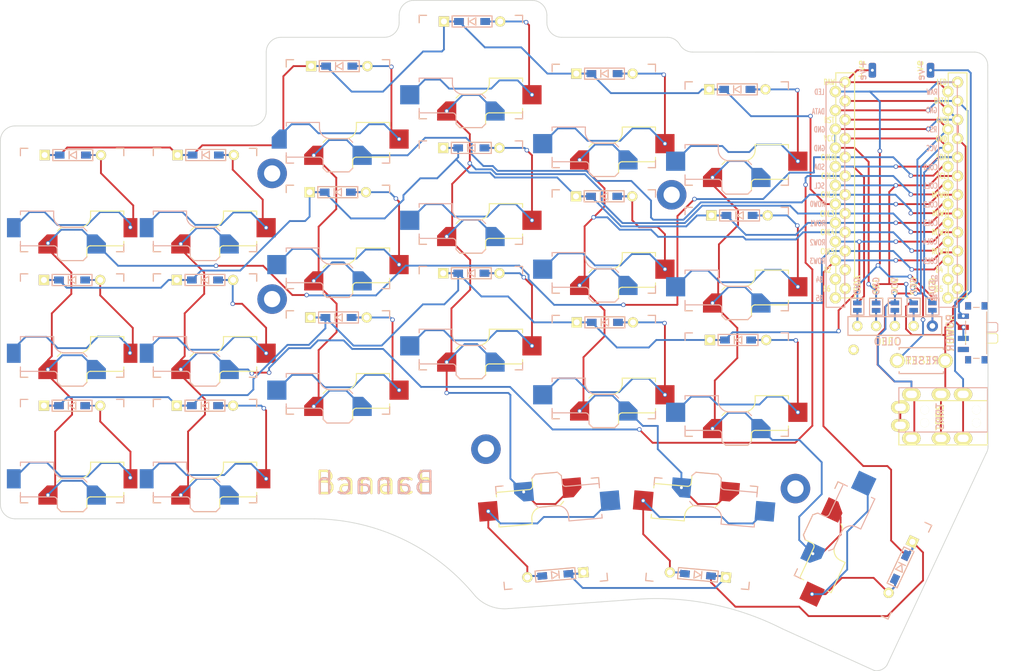
<source format=kicad_pcb>
(kicad_pcb (version 20211014) (generator pcbnew)
  (title_block (rev "rev1.0"))
  (layers (0 "F.Cu" signal) (31 "B.Cu" signal) (34 "B.Paste" user) (35 "F.Paste" user) (36 "B.SilkS" user "B.Silkscreen") (37 "F.SilkS" user "F.Silkscreen") (38 "B.Mask" user) (39 "F.Mask" user) (44 "Edge.Cuts" user))
  (net 0 "")
  (net 1 "row0")
  (net 2 "row1")
  (net 3 "Net-(D2-Pad2)")
  (net 4 "row2")
  (net 5 "Net-(D3-Pad2)")
  (net 6 "row3")
  (net 7 "Net-(D4-Pad2)")
  (net 8 "Net-(D5-Pad2)")
  (net 9 "Net-(D6-Pad2)")
  (net 10 "Net-(D8-Pad2)")
  (net 11 "Net-(D9-Pad2)")
  (net 12 "Net-(D10-Pad2)")
  (net 13 "Net-(D11-Pad2)")
  (net 14 "Net-(D12-Pad2)")
  (net 15 "Net-(D14-Pad2)")
  (net 16 "Net-(D15-Pad2)")
  (net 17 "Net-(D16-Pad2)")
  (net 18 "Net-(D17-Pad2)")
  (net 19 "Net-(D18-Pad2)")
  (net 20 "Net-(D19-Pad2)")
  (net 21 "Net-(D20-Pad2)")
  (net 22 "Net-(D21-Pad2)")
  (net 23 "GND")
  (net 24 "VCC")
  (net 25 "col0")
  (net 26 "col1")
  (net 27 "col2")
  (net 28 "col3")
  (net 29 "col4")
  (net 30 "col5")
  (net 31 "LED")
  (net 32 "data")
  (net 33 "reset")
  (net 34 "SCL")
  (net 35 "SDA")
  (net 36 "Net-(U1-Pad14)")
  (net 37 "Net-(U1-Pad13)")
  (net 38 "Net-(U1-Pad12)")
  (net 39 "Net-(U1-Pad11)")
  (net 40 "Net-(J1-PadA)")
  (net 41 "Net-(U1-Pad24)")
  (net 42 "Net-(D1-Pad2)")
  (net 43 "Net-(D7-Pad2)")
  (net 44 "Net-(D13-Pad2)")
  (net 45 "NET-(U1-Pad10)")
  (footprint "kbd:D3_TH_SMD" (layer "F.Cu") (at 86.0044 64.3128)
    (fp_text reference "D2" hide)
    (fp_text value "D" hide)
  )
  (footprint "kbd:D3_TH_SMD" (layer "F.Cu") (at 104.0892 52.2732)
    (fp_text reference "D3" hide)
    (fp_text value "D" hide)
  )
  (footprint "kbd:D3_TH_SMD" (layer "F.Cu") (at 122.0724 46.228)
    (fp_text reference "D4" hide)
    (fp_text value "D" hide)
  )
  (footprint "kbd:D3_TH_SMD" (layer "F.Cu") (at 140.0048 53.2892)
    (fp_text reference "D5" hide)
    (fp_text value "D" hide)
  )
  (footprint "kbd:D3_TH_SMD" (layer "F.Cu") (at 157.988 55.4228)
    (fp_text reference "D6" hide)
    (fp_text value "D" hide)
  )
  (footprint "kbd:D3_TH_SMD" (layer "F.Cu") (at 85.9028 81.2292)
    (fp_text reference "D8" hide)
    (fp_text value "D" hide)
  )
  (footprint "kbd:D3_TH_SMD" (layer "F.Cu") (at 103.886 69.342)
    (fp_text reference "D9" hide)
    (fp_text value "D" hide)
  )
  (footprint "kbd:D3_TH_SMD" (layer "F.Cu") (at 121.9708 63.3476)
    (fp_text reference "D10" hide)
    (fp_text value "D" hide)
  )
  (footprint "kbd:D3_TH_SMD" (layer "F.Cu") (at 139.954 69.9008)
    (fp_text reference "D11" hide)
    (fp_text value "D" hide)
  )
  (footprint "kbd:D3_TH_SMD" (layer "F.Cu") (at 158.2928 72.4916)
    (fp_text reference "D12" hide)
    (fp_text value "D" hide)
  )
  (footprint "kbd:D3_TH_SMD" (layer "F.Cu") (at 85.9028 98.2472)
    (fp_text reference "D14" hide)
    (fp_text value "D" hide)
  )
  (footprint "kbd:D3_TH_SMD" (layer "F.Cu") (at 103.9876 86.3092)
    (fp_text reference "D15" hide)
    (fp_text value "D" hide)
  )
  (footprint "kbd:D3_TH_SMD" (layer "F.Cu") (at 121.9708 80.3148)
    (fp_text reference "D16" hide)
    (fp_text value "D" hide)
  )
  (footprint "kbd:D3_TH_SMD" (layer "F.Cu") (at 140.0556 86.9696)
    (fp_text reference "D17" hide)
    (fp_text value "D" hide)
  )
  (footprint "kbd:D3_TH_SMD" (layer "F.Cu") (at 158.0896 89.3572)
    (fp_text reference "D18" hide)
    (fp_text value "D" hide)
  )
  (footprint "kbd:D3_TH_SMD" (layer "F.Cu") (at 133.35 121.158 -175)
    (fp_text reference "D19" hide)
    (fp_text value "D" hide)
  )
  (footprint "kbd:D3_TH_SMD" (layer "F.Cu") (at 152.654 121.158 175)
    (fp_text reference "D20" hide)
    (fp_text value "D" hide)
  )
  (footprint "kbd:D3_TH_SMD" (layer "F.Cu") (at 180.086 120.142 -115)
    (fp_text reference "D21" hide)
    (fp_text value "D" hide)
  )
  (footprint "kbd:MJ-4PP-9" (layer "F.Cu") (at 191.8626 100.57 -90)
    (fp_text reference "J1")
    (fp_text value "MJ-4PP-9" hide)
  )
  (footprint "keyswitches:Kailh_socket_PG1350_reversible" (layer "F.Cu") (at 85.91 70.4)
    (fp_text reference "SW2" hide)
    (fp_text value "SW_PUSH")
  )
  (footprint "keyswitches:Kailh_socket_PG1350_reversible" (layer "F.Cu") (at 103.91 58.4)
    (fp_text reference "SW3" hide)
    (fp_text value "SW_PUSH")
  )
  (footprint "keyswitches:Kailh_socket_PG1350_reversible" (layer "F.Cu") (at 121.91 52.4)
    (fp_text reference "SW4" hide)
    (fp_text value "SW_PUSH")
  )
  (footprint "keyswitches:Kailh_socket_PG1350_reversible" (layer "F.Cu") (at 139.91 59.02)
    (fp_text reference "SW5" hide)
    (fp_text value "SW_PUSH")
  )
  (footprint "keyswitches:Kailh_socket_PG1350_reversible" (layer "F.Cu") (at 157.91 61.4)
    (fp_text reference "SW6" hide)
    (fp_text value "SW_PUSH")
  )
  (footprint "keyswitches:Kailh_socket_PG1350_reversible" (layer "F.Cu") (at 85.91 87.4)
    (fp_text reference "SW8" hide)
    (fp_text value "SW_PUSH")
  )
  (footprint "keyswitches:Kailh_socket_PG1350_reversible" (layer "F.Cu") (at 103.91 75.4)
    (fp_text reference "SW9" hide)
    (fp_text value "SW_PUSH")
  )
  (footprint "keyswitches:Kailh_socket_PG1350_reversible" (layer "F.Cu") (at 121.91 69.4)
    (fp_text reference "SW10" hide)
    (fp_text value "SW_PUSH")
  )
  (footprint "keyswitches:Kailh_socket_PG1350_reversible" (layer "F.Cu") (at 139.91 76.02)
    (fp_text reference "SW11" hide)
    (fp_text value "SW_PUSH")
  )
  (footprint "keyswitches:Kailh_socket_PG1350_reversible" (layer "F.Cu") (at 157.91 78.4)
    (fp_text reference "SW12" hide)
    (fp_text value "SW_PUSH")
  )
  (footprint "keyswitches:Kailh_socket_PG1350_reversible" (layer "F.Cu") (at 85.91 104.4)
    (fp_text reference "SW14" hide)
    (fp_text value "SW_PUSH")
  )
  (footprint "keyswitches:Kailh_socket_PG1350_reversible" (layer "F.Cu") (at 103.91 92.4)
    (fp_text reference "SW15" hide)
    (fp_text value "SW_PUSH")
  )
  (footprint "keyswitches:Kailh_socket_PG1350_reversible" (layer "F.Cu") (at 121.91 86.4)
    (fp_text reference "SW16" hide)
    (fp_text value "SW_PUSH")
  )
  (footprint "keyswitches:Kailh_socket_PG1350_reversible" (layer "F.Cu") (at 139.91 93.025)
    (fp_text reference "SW17" hide)
    (fp_text value "SW_PUSH")
  )
  (footprint "keyswitches:Kailh_socket_PG1350_reversible" (layer "F.Cu") (at 157.91 95.4)
    (fp_text reference "SW18" hide)
    (fp_text value "SW_PUSH")
  )
  (footprint "keyswitches:Kailh_socket_PG1350_reversible" (layer "F.Cu") (at 132.842 115.57 -175)
    (fp_text reference "SW19" hide)
    (fp_text value "SW_PUSH")
  )
  (footprint "keyswitches:Kailh_socket_PG1350_reversible" (layer "F.Cu") (at 153.162 115.57 175)
    (fp_text reference "SW20" hide)
    (fp_text value "SW_PUSH")
  )
  (footprint "keyswitches:Kailh_socket_PG1350_reversible" (layer "F.Cu") (at 175.006 117.856 -115)
    (fp_text reference "SW21" hide)
    (fp_text value "SW_PUSH")
  )
  (footprint "kbd:ProMicro_v2" (layer "F.Cu") (at 180.16 68.9274)
    (fp_text reference "U1" hide)
    (fp_text value "ProMicro" hide)
  )
  (footprint "foostan:Jumper" (layer "F.Cu") (at 179.324 84.836 -90)
    (fp_text reference "JP65" hide)
    (fp_text value "VCC")
  )
  (footprint "foostan:OLED" (layer "F.Cu") (at 174.244 87.4574)
    (fp_text reference "J2")
    (fp_text value "OLED" hide)
  )
  (footprint "foostan:Jumper" (layer "F.Cu") (at 176.784 84.836 -90)
    (fp_text reference "JP63" hide)
    (fp_text value "SCL")
  )
  (footprint "foostan:Jumper" (layer "F.Cu") (at 174.244 84.8474 -90)
    (fp_text reference "JP61" hide)
    (fp_text value " SDA")
  )
  (footprint "foostan:Jumper" (layer "F.Cu") (at 181.864 84.836 -90)
    (fp_text reference "JP68" hide)
    (fp_text value "GND")
  )
  (footprint "kbd:ResetSW" (layer "F.Cu") (at 182.9 92.15)
    (fp_text reference "RSW1" hide)
    (fp_text value "Val**")
  )
  (footprint "kbd:LEGO_HOLE" (layer "F.Cu") (at 123.952 104.14)
    (fp_text reference "h4" hide)
    (fp_text value "h4")
  )
  (footprint "kbd:D3_TH_SMD" (layer "F.Cu") (at 67.9088 98.2512)
    (fp_text reference "D14" hide)
    (fp_text value "D" hide)
  )
  (footprint "" (layer "F.Cu") (at 173.736 90.678)
    (fp_text reference "")
    (fp_text value "")
  )
  (footprint "foostan:Jumper" (layer "F.Cu") (at 184.404 84.836 -90)
    (fp_text reference "JP68" hide)
    (fp_text value "LED")
  )
  (footprint "kbd:LEGO_HOLE" (layer "F.Cu") (at 95 83.82)
    (fp_text reference "h5" hide)
    (fp_text value "h5")
  )
  (footprint "kbd:LEGO_HOLE" (layer "F.Cu") (at 165.862 109.474)
    (fp_text reference "h3" hide)
    (fp_text value "h3")
  )
  (footprint "Connector_Wire:SolderWirePad_1x01_SMD_1x2mm" (layer "F.Cu") (at 184.15 52.832)
    (fp_text reference "-ve")
    (fp_text value "SolderWirePad_1x01_SMD_1x2mm")
  )
  (footprint "Button_Switch_SMD:SW_SPDT_PCM12" (layer "F.Cu") (at 190.025 88.392 90)
    (fp_text reference "POWER")
    (fp_text value "SW_SPDT_PCM12")
  )
  (footprint "kbd:D3_TH_SMD" (layer "F.Cu") (at 68.0104 64.3168)
    (fp_text reference "D2" hide)
    (fp_text value "D" hide)
  )
  (footprint "Connector_Wire:SolderWirePad_1x01_SMD_1x2mm" (layer "F.Cu") (at 176.28 52.832 180)
    (fp_text reference "+ve")
    (fp_text value "SolderWirePad_1x01_SMD_1x2mm")
  )
  (footprint "keyswitches:Kailh_socket_PG1350_reversible" (layer "F.Cu") (at 67.916 70.404)
    (fp_text reference "SW2" hide)
    (fp_text value "SW_PUSH")
  )
  (footprint "kbd:LEGO_HOLE" (layer "F.Cu") (at 95 66.802)
    (fp_text reference "h6" hide)
    (fp_text value "h6")
  )
  (footprint "kbd:D3_TH_SMD" (layer "F.Cu") (at 67.9088 81.2332)
    (fp_text reference "D8" hide)
    (fp_text value "D" hide)
  )
  (footprint "keyswitches:Kailh_socket_PG1350_reversible" (layer "F.Cu") (at 67.916 87.404)
    (fp_text reference "SW8" hide)
    (fp_text value "SW_PUSH")
  )
  (footprint "keyswitches:Kailh_socket_PG1350_reversible" (layer "F.Cu") (at 67.916 104.404)
    (fp_text reference "SW14" hide)
    (fp_text value "SW_PUSH")
  )
  (footprint "kbd:LEGO_HOLE" (layer "F.Cu") (at 149.1 69.7)
    (fp_text reference "h7" hide)
    (fp_text value "h7")
  )
  (footprint "foostan:Jumper" (layer "B.Cu") (at 179.324 84.836 -90)
    (fp_text reference "JP64" hide)
    (fp_text value "VCC")
  )
  (footprint "foostan:Jumper" (layer "B.Cu") (at 176.784 84.857 -90)
    (fp_text reference "JP62" hide)
    (fp_text value "GND")
  )
  (footprint "foostan:Jumper" (layer "B.Cu") (at 184.404 84.82838 -90)
    (fp_text reference "JP6" hide)
    (fp_text value " SDA")
  )
  (footprint "foostan:Jumper" (layer "B.Cu") (at 181.864 84.836 -90)
    (fp_text reference "JP66" hide)
    (fp_text value "SCL")
  )
  (footprint "Button_Switch_SMD:SW_SPDT_PCM12" (layer "B.Cu") (at 190.025 88.392 -90)
    (fp_text reference "POWER")
    (fp_text value "SW_SPDT_PCM12")
  )
  (footprint "Connector_Wire:SolderWirePad_1x01_SMD_1x2mm" (layer "B.Cu") (at 176.276 52.832)
    (fp_text reference "+ve")
    (fp_text value "SolderWirePad_1x01_SMD_1x2mm")
  )
  (footprint "foostan:Jumper" (layer "B.Cu") (at 174.244 84.836 -90)
    (fp_text reference "JP62" hide)
    (fp_text value "GND")
  )
  (footprint "Connector_Wire:SolderWirePad_1x01_SMD_1x2mm" (layer "B.Cu") (at 184.15 52.832)
    (fp_text reference "-ve")
    (fp_text value "SolderWirePad_1x01_SMD_1x2mm")
  )
  (gr_line (start 144.46 124.46) (end 127 125.73) (layer "Edge.Cuts") (width 0.1))
  (gr_line (start 132.2 46.37) (end 132.2 45.37) (layer "Edge.Cuts") (width 0.1))
  (gr_arc (start 94.2 50.37) (mid 94.785786 48.955786) (end 96.2 48.37) (layer "Edge.Cuts") (width 0.1))
  (gr_arc (start 190.1 50.38) (mid 191.372792 50.907208) (end 191.9 52.18) (layer "Edge.Cuts") (width 0.1))
  (gr_line (start 191.94 103.796003) (end 191.9 52.18) (layer "Edge.Cuts") (width 0.1))
  (gr_arc (start 144.46 124.46) (mid 154.54008 125.135261) (end 164.08 128.46) (layer "Edge.Cuts") (width 0.1))
  (gr_arc (start 127 125.73) (mid 124.548177 125.406113) (end 122.5 124.02) (layer "Edge.Cuts") (width 0.1))
  (gr_arc (start 130.2 43.37) (mid 131.614214 43.955786) (end 132.2 45.37) (layer "Edge.Cuts") (width 0.1))
  (gr_line (start 58.2 62.37) (end 58.2 111.57) (layer "Edge.Cuts") (width 0.1))
  (gr_arc (start 112.2 45.37) (mid 112.785786 43.955786) (end 114.2 43.37) (layer "Edge.Cuts") (width 0.1))
  (gr_arc (start 94.2 58.37) (mid 93.614214 59.784214) (end 92.2 60.37) (layer "Edge.Cuts") (width 0.1))
  (gr_arc (start 178.26 133.376003) (mid 177.505115 134.002833) (end 176.53 134.112) (layer "Edge.Cuts") (width 0.1))
  (gr_line (start 130.2 43.37) (end 114.2 43.37) (layer "Edge.Cuts") (width 0.1))
  (gr_line (start 94.2 50.37) (end 94.2 58.37) (layer "Edge.Cuts") (width 0.1))
  (gr_line (start 190.1 50.38) (end 151.950002 50.369998) (layer "Edge.Cuts") (width 0.1))
  (gr_arc (start 100.7 113.57) (mid 112.765926 116.362734) (end 122.5 124.02) (layer "Edge.Cuts") (width 0.1))
  (gr_arc (start 134.2 48.37) (mid 132.785786 47.784214) (end 132.2 46.37) (layer "Edge.Cuts") (width 0.1))
  (gr_line (start 178.26 133.376003) (end 191.66 104.76) (layer "Edge.Cuts") (width 0.1))
  (gr_arc (start 191.94 103.796003) (mid 191.864372 104.296699) (end 191.66 104.76) (layer "Edge.Cuts") (width 0.1))
  (gr_arc (start 151.950002 50.369998) (mid 150.942226 50.102364) (end 150.2 49.37) (layer "Edge.Cuts") (width 0.1))
  (gr_line (start 148.5 48.37) (end 134.2 48.37) (layer "Edge.Cuts") (width 0.1))
  (gr_arc (start 112.2 46.37) (mid 111.614214 47.784214) (end 110.2 48.37) (layer "Edge.Cuts") (width 0.1))
  (gr_arc (start 60.2 113.57) (mid 58.785786 112.984214) (end 58.2 111.57) (layer "Edge.Cuts") (width 0.1))
  (gr_arc (start 148.5 48.37) (mid 149.486154 48.638538) (end 150.2 49.37) (layer "Edge.Cuts") (width 0.1))
  (gr_line (start 110.2 48.37) (end 96.2 48.37) (layer "Edge.Cuts") (width 0.1))
  (gr_arc (start 58.2 62.37) (mid 58.785786 60.955786) (end 60.2 60.37) (layer "Edge.Cuts") (width 0.1))
  (gr_line (start 164.08 128.46) (end 176.53 134.112) (layer "Edge.Cuts") (width 0.1))
  (gr_line (start 60.2 113.57) (end 100.7 113.57) (layer "Edge.Cuts") (width 0.1))
  (gr_line (start 92.2 60.37) (end 60.2 60.37) (layer "Edge.Cuts") (width 0.1))
  (gr_line (start 112.2 45.37) (end 112.2 46.37) (layer "Edge.Cuts") (width 0.1))
  (gr_text "Banach" (at 117.348 108.712) (layer "F.Cu") (effects (font (size 3 3) (thickness 0.3)) (justify right)))
  (gr_text "Banach" (at 117.348 108.712) (layer "B.Cu") (effects (font (size 3 3) (thickness 0.3)) (justify left mirror)))
  (gr_text "Banach" (at 117.348 108.712) (layer "B.SilkS") (effects (font (size 3 3) (thickness 0.3)) (justify left mirror)))
  (gr_text "Banach" (at 117.348 108.712) (layer "F.SilkS") (effects (font (size 3 3) (thickness 0.3)) (justify right)))
  (segment (start 96.52 53.6448) (end 97.8916 52.2732) (width 0.25) (layer "F.Cu") (net 1))
  (segment (start 118.2624 46.228) (end 120.2974 46.228) (width 0.25) (layer "F.Cu") (net 1))
  (segment (start 154.178 55.4228) (end 156.213 55.4228) (width 0.25) (layer "F.Cu") (net 1))
  (segment (start 138.2298 53.2892) (end 136.1948 53.2892) (width 0.25) (layer "F.Cu") (net 1))
  (segment (start 85.5502 62.992) (end 84.2294 64.3128) (width 0.25) (layer "F.Cu") (net 1))
  (segment (start 169.9163 70.9594) (end 171.27 70.9594) (width 0.25) (layer "F.Cu") (net 1))
  (segment (start 66.2354 64.3168) (end 64.2004 64.3168) (width 0.25) (layer "F.Cu") (net 1))
  (segment (start 185.248 69.6894) (end 183.978 70.9594) (width 0.25) (layer "F.Cu") (net 1))
  (segment (start 102.3142 52.2732) (end 100.2792 52.2732) (width 0.25) (layer "F.Cu") (net 1))
  (segment (start 167.9 68.9431) (end 169.9163 70.9594) (width 0.25) (layer "F.Cu") (net 1))
  (segment (start 96.52 53.6448) (end 96.52 61.849) (width 0.25) (layer "F.Cu") (net 1))
  (segment (start 95.377 62.992) (end 85.5502 62.992) (width 0.25) (layer "F.Cu") (net 1))
  (segment (start 167.9 59.04) (end 167.9 68.9431) (width 0.25) (layer "F.Cu") (net 1))
  (segment (start 81.1749 63.2933) (end 82.1944 64.3128) (width 0.25) (layer "F.Cu") (net 1))
  (segment (start 97.8916 52.2732) (end 100.2792 52.2732) (width 0.25) (layer "F.Cu") (net 1))
  (segment (start 67.2589 63.2933) (end 81.1749 63.2933) (width 0.25) (layer "F.Cu") (net 1))
  (segment (start 96.52 61.849) (end 95.377 62.992) (width 0.25) (layer "F.Cu") (net 1))
  (segment (start 187.8164 69.6894) (end 185.248 69.6894) (width 0.25) (layer "F.Cu") (net 1))
  (segment (start 84.2294 64.3128) (end 82.1944 64.3128) (width 0.25) (layer "F.Cu") (net 1))
  (segment (start 66.2354 64.3168) (end 67.2589 63.2933) (width 0.25) (layer "F.Cu") (net 1))
  (segment (start 183.978 70.9594) (end 179.45 70.9594) (width 0.25) (layer "F.Cu") (net 1))
  (via (at 179.45 70.9594) (size 0.6) (drill 0.4) (layers "F.Cu" "B.Cu") (net 1))
  (via (at 167.9 59.04) (size 0.6) (drill 0.4) (layers "F.Cu" "B.Cu") (net 1))
  (segment (start 102.3142 52.2732) (end 100.2792 52.2732) (width 0.25) (layer "B.Cu") (net 1))
  (segment (start 128.7272 49.7332) (end 132.2832 53.2892) (width 0.25) (layer "B.Cu") (net 1))
  (segment (start 140.8714 55.9308) (end 138.2298 53.2892) (width 0.25) (layer "B.Cu") (net 1))
  (segment (start 152.7215 55.9308) (end 140.8714 55.9308) (width 0.25) (layer "B.Cu") (net 1))
  (segment (start 159.8452 59.055) (end 167.885 59.055) (width 0.25) (layer "B.Cu") (net 1))
  (segment (start 64.2004 64.3168) (end 66.2354 64.3168) (width 0.25) (layer "B.Cu") (net 1))
  (segment (start 120.2974 46.228) (end 118.2624 46.228) (width 0.25) (layer "B.Cu") (net 1))
  (segment (start 153.2295 55.4228) (end 152.7215 55.9308) (width 0.25) (layer "B.Cu") (net 1))
  (segment (start 118.2624 46.228) (end 118.2624 50.0126) (width 0.25) (layer "B.Cu") (net 1))
  (segment (start 123.8026 49.7332) (end 128.7272 49.7332) (width 0.25) (layer "B.Cu") (net 1))
  (segment (start 154.178 55.4228) (end 153.2295 55.4228) (width 0.25) (layer "B.Cu") (net 1))
  (segment (start 84.2294 64.3128) (end 82.1944 64.3128) (width 0.25) (layer "B.Cu") (net 1))
  (segment (start 118.2624 50.0126) (end 117.983 50.292) (width 0.25) (layer "B.Cu") (net 1))
  (segment (start 132.2832 53.2892) (end 136.1948 53.2892) (width 0.25) (layer "B.Cu") (net 1))
  (segment (start 105.7686 55.7276) (end 102.3142 52.2732) (width 0.25) (layer "B.Cu") (net 1))
  (segment (start 171.27 70.9594) (end 179.45 70.9594) (width 0.25) (layer "B.Cu") (net 1))
  (segment (start 138.2298 53.2892) (end 136.1948 53.2892) (width 0.25) (layer "B.Cu") (net 1))
  (segment (start 117.983 50.292) (end 115.443 50.292) (width 0.25) (layer "B.Cu") (net 1))
  (segment (start 110.0074 55.7276) (end 105.7686 55.7276) (width 0.25) (layer "B.Cu") (net 1))
  (segment (start 115.443 50.292) (end 110.0074 55.7276) (width 0.25) (layer "B.Cu") (net 1))
  (segment (start 167.885 59.055) (end 167.9 59.04) (width 0.25) (layer "B.Cu") (net 1))
  (segment (start 156.213 55.4228) (end 159.8452 59.055) (width 0.25) (layer "B.Cu") (net 1))
  (segment (start 156.213 55.4228) (end 154.178 55.4228) (width 0.25) (layer "B.Cu") (net 1))
  (segment (start 120.2974 46.228) (end 123.8026 49.7332) (width 0.25) (layer "B.Cu") (net 1))
  (segment (start 187.8164 72.2294) (end 185.502 72.2294) (width 0.25) (layer "F.Cu") (net 2))
  (segment (start 184.232 73.4994) (end 179.45 73.4994) (width 0.25) (layer "F.Cu") (net 2))
  (segment (start 138.179 69.9008) (end 136.144 69.9008) (width 0.25) (layer "F.Cu") (net 2))
  (segment (start 185.502 72.2294) (end 184.232 73.4994) (width 0.25) (layer "F.Cu") (net 2))
  (segment (start 102.111 69.342) (end 100.076 69.342) (width 0.25) (layer "F.Cu") (net 2))
  (segment (start 120.1958 63.3476) (end 118.1608 63.3476) (width 0.25) (layer "F.Cu") (net 2))
  (segment (start 66.1338 81.2332) (end 64.0988 81.2332) (width 0.25) (layer "F.Cu") (net 2))
  (segment (start 84.1278 81.2292) (end 82.0928 81.2292) (width 0.25) (layer "F.Cu") (net 2))
  (segment (start 156.5178 72.4916) (end 154.4828 72.4916) (width 0.25) (layer "F.Cu") (net 2))
  (via (at 179.45 73.4994) (size 0.6) (drill 0.4) (layers "F.Cu" "B.Cu") (net 2))
  (segment (start 138.179 69.9008) (end 136.144 69.9008) (width 0.25) (layer "B.Cu") (net 2))
  (segment (start 85.402 79.955) (end 84.1278 81.2292) (width 0.25) (layer "B.Cu") (net 2))
  (segment (start 115.062 67.4624) (end 112.776 69.7484) (width 0.25) (layer "B.Cu") (net 2))
  (segment (start 167.529204 73.4994) (end 171.27 73.4994) (width 0.25) (layer "B.Cu") (net 2))
  (segment (start 64.0988 81.2332) (end 66.1338 81.2332) (width 0.25) (layer "B.Cu") (net 2))
  (segment (start 120.1958 63.3476) (end 120.1958 64.6146) (width 0.25) (layer "B.Cu") (net 2))
  (segment (start 100.076 69.342) (end 100.076 72.644) (width 0.25) (layer "B.Cu") (net 2))
  (segment (start 100.076 72.644) (end 99.4664 73.2536) (width 0.25) (layer "B.Cu") (net 2))
  (segment (start 80.988198 81.2292) (end 82.0928 81.2292) (width 0.25) (layer "B.Cu") (net 2))
  (segment (start 171.27 73.4994) (end 179.45 73.4994) (width 0.25) (layer "B.Cu") (net 2))
  (segment (start 102.111 69.342) (end 100.076 69.342) (width 0.25) (layer "B.Cu") (net 2))
  (segment (start 121.7168 66.7004) (end 119.9134 64.897) (width 0.25) (layer "B.Cu") (net 2))
  (segment (start 165.908303 75.120301) (end 167.529204 73.4994) (width 0.25) (layer "B.Cu") (net 2))
  (segment (start 112.776 69.7484) (end 112.776 70.358) (width 0.25) (layer "B.Cu") (net 2))
  (segment (start 154.4828 72.4916) (end 152.5524 72.4916) (width 0.25) (layer "B.Cu") (net 2))
  (segment (start 110.236 72.898) (end 105.667 72.898) (width 0.25) (layer "B.Cu") (net 2))
  (segment (start 133.59632 67.35312) (end 125.16352 67.35312) (width 0.25) (layer "B.Cu") (net 2))
  (segment (start 99.4664 73.2536) (end 97.3836 73.2536) (width 0.25) (layer "B.Cu") (net 2))
  (segment (start 79.933699 82.283699) (end 80.988198 81.2292) (width 0.25) (layer "B.Cu") (net 2))
  (segment (start 136.144 69.9008) (end 133.59632 67.35312) (width 0.25) (layer "B.Cu") (net 2))
  (segment (start 119.9134 64.897) (end 117.348 67.4624) (width 0.25) (layer "B.Cu") (net 2))
  (segment (start 151.07152 73.97248) (end 142.25068 73.97248) (width 0.25) (layer "B.Cu") (net 2))
  (segment (start 112.776 70.358) (end 110.236 72.898) (width 0.25) (layer "B.Cu") (net 2))
  (segment (start 120.1958 64.6146) (end 119.9134 64.897) (width 0.25) (layer "B.Cu") (net 2))
  (segment (start 105.667 72.898) (end 102.111 69.342) (width 0.25) (layer "B.Cu") (net 2))
  (segment (start 66.1338 81.2332) (end 67.184299 82.283699) (width 0.25) (layer "B.Cu") (net 2))
  (segment (start 156.5178 72.4916) (end 159.146501 75.120301) (width 0.25) (layer "B.Cu") (net 2))
  (segment (start 159.146501 75.120301) (end 165.908303 75.120301) (width 0.25) (layer "B.Cu") (net 2))
  (segment (start 156.5178 72.4916) (end 154.4828 72.4916) (width 0.25) (layer "B.Cu") (net 2))
  (segment (start 90.6822 79.955) (end 85.402 79.955) (width 0.25) (layer "B.Cu") (net 2))
  (segment (start 67.184299 82.283699) (end 79.933699 82.283699) (width 0.25) (layer "B.Cu") (net 2))
  (segment (start 97.3836 73.2536) (end 90.6822 79.955) (width 0.25) (layer "B.Cu") (net 2))
  (segment (start 125.16352 67.35312) (end 124.5108 66.7004) (width 0.25) (layer "B.Cu") (net 2))
  (segment (start 142.25068 73.97248) (end 138.179 69.9008) (width 0.25) (layer "B.Cu") (net 2))
  (segment (start 120.1958 63.3476) (end 118.1608 63.3476) (width 0.25) (layer "B.Cu") (net 2))
  (segment (start 124.5108 66.7004) (end 121.7168 66.7004) (width 0.25) (layer "B.Cu") (net 2))
  (segment (start 152.5524 72.4916) (end 151.07152 73.97248) (width 0.25) (layer "B.Cu") (net 2))
  (segment (start 84.1278 81.2292) (end 82.0928 81.2292) (width 0.25) (layer "B.Cu") (net 2))
  (segment (start 117.348 67.4624) (end 115.062 67.4624) (width 0.25) (layer "B.Cu") (net 2))
  (segment (start 89.662 66.294) (end 89.662 64.4652) (width 0.25) (layer "F.Cu") (net 3))
  (segment (start 93.726 70.358) (end 89.662 66.294) (width 0.25) (layer "F.Cu") (net 3))
  (segment (start 93.726 73.691) (end 93.726 70.358) (width 0.25) (layer "F.Cu") (net 3))
  (segment (start 94.185 74.15) (end 93.726 73.691) (width 0.25) (layer "F.Cu") (net 3))
  (segment (start 89.662 64.4652) (end 89.8144 64.3128) (width 0.25) (layer "F.Cu") (net 3))
  (segment (start 87.7794 64.3128) (end 89.8144 64.3128) (width 0.25) (layer "F.Cu") (net 3))
  (via (at 94.185 74.15) (size 0.6) (drill 0.4) (layers "F.Cu" "B.Cu") (net 3))
  (segment (start 89.7636 72.0852) (end 92.1202 72.0852) (width 0.25) (layer "B.Cu") (net 3))
  (segment (start 77.635 74.15) (end 79.7506 72.0344) (width 0.25) (layer "B.Cu") (net 3))
  (segment (start 88.07952 73.76928) (end 89.7636 72.0852) (width 0.25) (layer "B.Cu") (net 3))
  (segment (start 82.845123 72.0344) (end 84.580003 73.76928) (width 0.25) (layer "B.Cu") (net 3))
  (segment (start 84.580003 73.76928) (end 88.07952 73.76928) (width 0.25) (layer "B.Cu") (net 3))
  (segment (start 79.7506 72.0344) (end 82.845123 72.0344) (width 0.25) (layer "B.Cu") (net 3))
  (segment (start 87.7794 64.3128) (end 89.8144 64.3128) (width 0.25) (layer "B.Cu") (net 3))
  (segment (start 92.1202 72.0852) (end 94.185 74.15) (width 0.25) (layer "B.Cu") (net 3))
  (segment (start 174.50549 82.54653) (end 174.50549 76.0394) (width 0.25) (layer "F.Cu") (net 4))
  (segment (start 156.3146 89.3572) (end 154.2796 89.3572) (width 0.25) (layer "F.Cu") (net 4))
  (segment (start 184.486 76.0394) (end 179.45 76.0394) (width 0.25) (layer "F.Cu") (net 4))
  (segment (start 84.1278 98.2472) (end 82.0928 98.2472) (width 0.25) (layer "F.Cu") (net 4))
  (segment (start 185.756 74.7694) (end 184.486 76.0394) (width 0.25) (layer "F.Cu") (net 4))
  (segment (start 138.2806 86.9696) (end 136.2456 86.9696) (width 0.25) (layer "F.Cu") (net 4))
  (segment (start 171.704 85.34802) (end 174.50549 82.54653) (width 0.25) (layer "F.Cu") (net 4))
  (segment (start 187.8164 74.7694) (end 185.756 74.7694) (width 0.25) (layer "F.Cu") (net 4))
  (segment (start 120.1958 80.3148) (end 118.1608 80.3148) (width 0.25) (layer "F.Cu") (net 4))
  (segment (start 66.1338 98.2512) (end 64.0988 98.2512) (width 0.25) (layer "F.Cu") (net 4))
  (segment (start 102.2126 86.3092) (end 100.1776 86.3092) (width 0.25) (layer "F.Cu") (net 4))
  (segment (start 171.704 88.138) (end 171.704 85.34802) (width 0.25) (layer "F.Cu") (net 4))
  (via (at 174.50549 76.0394) (size 0.6) (drill 0.4) (layers "F.Cu" "B.Cu") (net 4))
  (via (at 179.45 76.0394) (size 0.6) (drill 0.4) (layers "F.Cu" "B.Cu") (net 4))
  (via (at 171.704 88.138) (size 0.6) (drill 0.4) (layers "F.Cu" "B.Cu") (net 4))
  (segment (start 97.0788 90.0176) (end 92.456 94.6404) (width 0.25) (layer "B.Cu") (net 4))
  (segment (start 102.2126 87.7794) (end 99.9744 90.0176) (width 0.25) (layer "B.Cu") (net 4))
  (segment (start 138.2806 86.9696) (end 136.2456 86.9696) (width 0.25) (layer "B.Cu") (net 4))
  (segment (start 92.456 94.6404) (end 92.456 96.0628) (width 0.25) (layer "B.Cu") (net 4))
  (segment (start 130.4544 86.9696) (end 126.9492 83.4644) (width 0.25) (layer "B.Cu") (net 4))
  (segment (start 171.532 88.31) (end 157.3618 88.31) (width 0.25) (layer "B.Cu") (net 4))
  (segment (start 123.3454 83.4644) (end 120.1958 80.3148) (width 0.25) (layer "B.Cu") (net 4))
  (segment (start 102.2126 86.3092) (end 102.2126 87.7794) (width 0.25) (layer "B.Cu") (net 4))
  (segment (start 64.0988 98.2512) (end 66.1338 98.2512) (width 0.25) (layer "B.Cu") (net 4))
  (segment (start 157.3618 88.31) (end 156.3146 89.3572) (width 0.25) (layer "B.Cu") (net 4))
  (segment (start 145.9992 90.3732) (end 141.6842 90.3732) (width 0.25) (layer "B.Cu") (net 4))
  (segment (start 80.9456 97.1) (end 82.0928 98.2472) (width 0.25) (layer "B.Cu") (net 4))
  (segment (start 109.8296 90.1192) (end 106.0226 90.1192) (width 0.25) (layer "B.Cu") (net 4))
  (segment (start 85.5502 96.8248) (end 84.1278 98.2472) (width 0.25) (layer "B.Cu") (net 4))
  (segment (start 120.1958 80.3148) (end 118.1608 80.3148) (width 0.25) (layer "B.Cu") (net 4))
  (segment (start 141.6842 90.3732) (end 138.2806 86.9696) (width 0.25) (layer "B.Cu") (net 4))
  (segment (start 120.1958 82.6486) (end 118.3132 84.5312) (width 0.25) (layer "B.Cu") (net 4))
  (segment (start 99.9744 90.0176) (end 97.0788 90.0176) (width 0.25) (layer "B.Cu") (net 4))
  (segment (start 171.704 88.138) (end 171.532 88.31) (width 0.25) (layer "B.Cu") (net 4))
  (segment (start 92.456 96.0628) (end 91.694 96.8248) (width 0.25) (layer "B.Cu") (net 4))
  (segment (start 84.1278 98.2472) (end 82.0928 98.2472) (width 0.25) (layer "B.Cu") (net 4))
  (segment (start 91.694 96.8248) (end 85.5502 96.8248) (width 0.25) (layer "B.Cu") (net 4))
  (segment (start 66.1338 98.2512) (end 67.285 97.1) (width 0.25) (layer "B.Cu") (net 4))
  (segment (start 115.4176 84.5312) (end 109.8296 90.1192) (width 0.25) (layer "B.Cu") (net 4))
  (segment (start 171.27 76.0394) (end 179.45 76.0394) (width 0.25) (layer "B.Cu") (net 4))
  (segment (start 118.3132 84.5312) (end 115.4176 84.5312) (width 0.25) (layer "B.Cu") (net 4))
  (segment (start 156.3146 89.3572) (end 154.2796 89.3572) (width 0.25) (layer "B.Cu") (net 4))
  (segment (start 136.2456 86.9696) (end 130.4544 86.9696) (width 0.25) (layer "B.Cu") (net 4))
  (segment (start 120.1958 80.3148) (end 120.1958 82.6486) (width 0.25) (layer "B.Cu") (net 4))
  (segment (start 147.0152 89.3572) (end 145.9992 90.3732) (width 0.25) (layer "B.Cu") (net 4))
  (segment (start 154.2796 89.3572) (end 147.0152 89.3572) (width 0.25) (layer "B.Cu") (net 4))
  (segment (start 102.2126 86.3092) (end 100.1776 86.3092) (width 0.25) (layer "B.Cu") (net 4))
  (segment (start 67.285 97.1) (end 80.9456 97.1) (width 0.25) (layer "B.Cu") (net 4))
  (segment (start 126.9492 83.4644) (end 123.3454 83.4644) (width 0.25) (layer "B.Cu") (net 4))
  (segment (start 106.0226 90.1192) (end 102.2126 86.3092) (width 0.25) (layer "B.Cu") (net 4))
  (segment (start 111.1504 61.1154) (end 112.185 62.15) (width 0.25) (layer "F.Cu") (net 5))
  (segment (start 105.8642 52.2732) (end 107.8992 52.2732) (width 0.25) (layer "F.Cu") (net 5))
  (segment (start 111.1504 52.3748) (end 111.1504 61.1154) (width 0.25) (layer "F.Cu") (net 5))
  (via (at 112.185 62.15) (size 0.6) (drill 0.4) (layers "F.Cu" "B.Cu") (net 5))
  (via (at 111.1504 52.3748) (size 0.6) (drill 0.4) (layers "F.Cu" "B.Cu") (net 5))
  (segment (start 101.266257 61.3664) (end 106.8832 61.3664) (width 0.25) (layer "B.Cu") (net 5))
  (segment (start 106.8832 61.3664) (end 108.1024 60.1472) (width 0.25) (layer "B.Cu") (net 5))
  (segment (start 105.8642 52.2732) (end 107.8992 52.2732) (width 0.25) (layer "B.Cu") (net 5))
  (segment (start 107.8992 52.2732) (end 111.0488 52.2732) (width 0.25) (layer "B.Cu") (net 5))
  (segment (start 97.6378 60.1472) (end 100.047057 60.1472) (width 0.25) (layer "B.Cu") (net 5))
  (segment (start 95.635 62.15) (end 97.6378 60.1472) (width 0.25) (layer "B.Cu") (net 5))
  (segment (start 110.1822 60.1472) (end 112.185 62.15) (width 0.25) (layer "B.Cu") (net 5))
  (segment (start 100.047057 60.1472) (end 101.266257 61.3664) (width 0.25) (layer "B.Cu") (net 5))
  (segment (start 108.1024 60.1472) (end 110.1822 60.1472) (width 0.25) (layer "B.Cu") (net 5))
  (segment (start 111.0488 52.2732) (end 111.1504 52.3748) (width 0.25) (layer "B.Cu") (net 5))
  (segment (start 166.37 125.476) (end 167.64 126.746) (width 0.25) (layer "F.Cu") (net 6))
  (segment (start 187.633401 77.492399) (end 187.8164 77.3094) (width 0.25) (layer "F.Cu") (net 6))
  (segment (start 178.308 106.426) (end 178.816 106.934) (width 0.25) (layer "F.Cu") (net 6))
  (segment (start 181.696176 117.673275) (end 180.836147 118.533304) (width 0.25) (layer "F.Cu") (net 6))
  (segment (start 185.573001 77.492399) (end 187.633401 77.492399) (width 0.25) (layer "F.Cu") (net 6))
  (segment (start 154.422246 121.312701) (end 156.27214 121.312701) (width 0.25) (layer "F.Cu") (net 6))
  (segment (start 167.64 126.746) (end 178.308 126.746) (width 0.25) (layer "F.Cu") (net 6))
  (segment (start 178.816 116.513157) (end 180.836147 118.533304) (width 0.25) (layer "F.Cu") (net 6))
  (segment (start 179.45 78.5794) (end 184.486 78.5794) (width 0.25) (layer "F.Cu") (net 6))
  (segment (start 171.27 78.5794) (end 169.645 80.2044) (width 0.25) (layer "F.Cu") (net 6))
  (segment (start 157.734 125.476) (end 166.37 125.476) (width 0.25) (layer "F.Cu") (net 6))
  (segment (start 184.486 78.5794) (end 185.573001 77.492399) (width 0.25) (layer "F.Cu") (net 6))
  (segment (start 181.696176 116.688967) (end 181.696176 117.673275) (width 0.25) (layer "F.Cu") (net 6))
  (segment (start 178.816 106.934) (end 178.816 116.513157) (width 0.25) (layer "F.Cu") (net 6))
  (segment (start 154.422246 121.312701) (end 154.422246 122.164246) (width 0.25) (layer "F.Cu") (net 6))
  (segment (start 169.645 101.025) (end 175.046 106.426) (width 0.25) (layer "F.Cu") (net 6))
  (segment (start 169.645 80.2044) (end 169.645 101.025) (width 0.25) (layer "F.Cu") (net 6))
  (segment (start 183.134 121.92) (end 183.134 118.126791) (width 0.25) (layer "F.Cu") (net 6))
  (segment (start 183.134 118.126791) (end 181.696176 116.688967) (width 0.25) (layer "F.Cu") (net 6))
  (segment (start 136.96814 121.003299) (end 137.145502 120.825937) (width 0.25) (layer "F.Cu") (net 6))
  (segment (start 154.422246 122.164246) (end 157.734 125.476) (width 0.25) (layer "F.Cu") (net 6))
  (segment (start 175.046 106.426) (end 178.308 106.426) (width 0.25) (layer "F.Cu") (net 6))
  (segment (start 178.308 126.746) (end 183.134 121.92) (width 0.25) (layer "F.Cu") (net 6))
  (segment (start 135.118246 121.003299) (end 136.96814 121.003299) (width 0.25) (layer "F.Cu") (net 6))
  (segment (start 156.27214 121.312701) (end 156.449502 121.490063) (width 0.25) (layer "F.Cu") (net 6))
  (via (at 179.45 78.5794) (size 0.6) (drill 0.4) (layers "F.Cu" "B.Cu") (net 6))
  (segment (start 171.27 78.5794) (end 179.45 78.5794) (width 0.25) (layer "B.Cu") (net 6))
  (segment (start 137.050947 122.936) (end 155.003565 122.936) (width 0.25) (layer "B.Cu") (net 6))
  (segment (start 154.422246 121.312701) (end 156.27214 121.312701) (width 0.25) (layer "B.Cu") (net 6))
  (segment (start 155.003565 122.936) (end 156.449502 121.490063) (width 0.25) (layer "B.Cu") (net 6))
  (segment (start 181.696176 116.688967) (end 181.696176 117.673275) (width 0.25) (layer "B.Cu") (net 6))
  (segment (start 135.118246 121.003299) (end 137.050947 122.936) (width 0.25) (layer "B.Cu") (net 6))
  (segment (start 156.27214 121.312701) (end 156.449502 121.490063) (width 0.25) (layer "B.Cu") (net 6))
  (segment (start 136.96814 121.003299) (end 137.145502 120.825937) (width 0.25) (layer "B.Cu") (net 6))
  (segment (start 181.696176 117.673275) (end 180.836147 118.533304) (width 0.25) (layer "B.Cu") (net 6))
  (segment (start 135.118246 121.003299) (end 136.96814 121.003299) (width 0.25) (layer "B.Cu") (net 6))
  (segment (start 129.794 46.736) (end 129.794 55.759) (width 0.25) (layer "F.Cu") (net 7))
  (segment (start 129.794 55.759) (end 130.185 56.15) (width 0.25) (layer "F.Cu") (net 7))
  (segment (start 129.3876 46.3296) (end 129.794 46.736) (width 0.25) (layer "F.Cu") (net 7))
  (segment (start 123.8474 46.228) (end 125.8824 46.228) (width 0.25) (layer "F.Cu") (net 7))
  (via (at 129.3876 46.3296) (size 0.6) (drill 0.4) (layers "F.Cu" "B.Cu") (net 7))
  (via (at 130.185 56.15) (size 0.6) (drill 0.4) (layers "F.Cu" "B.Cu") (net 7))
  (segment (start 113.635 56.15) (end 115.683 54.102) (width 0.25) (layer "B.Cu") (net 7))
  (segment (start 117.7544 54.102) (end 118.9736 55.3212) (width 0.25) (layer "B.Cu") (net 7))
  (segment (start 129.3876 46.3296) (end 129.286 46.228) (width 0.25) (layer "B.Cu") (net 7))
  (segment (start 115.683 54.102) (end 117.7544 54.102) (width 0.25) (layer "B.Cu") (net 7))
  (segment (start 125.7808 54.2036) (end 128.2386 54.2036) (width 0.25) (layer "B.Cu") (net 7))
  (segment (start 118.9736 55.3212) (end 124.6632 55.3212) (width 0.25) (layer "B.Cu") (net 7))
  (segment (start 124.6632 55.3212) (end 125.7808 54.2036) (width 0.25) (layer "B.Cu") (net 7))
  (segment (start 125.8824 46.228) (end 123.8474 46.228) (width 0.25) (layer "B.Cu") (net 7))
  (segment (start 128.2386 54.2036) (end 130.185 56.15) (width 0.25) (layer "B.Cu") (net 7))
  (segment (start 129.286 46.228) (end 125.8824 46.228) (width 0.25) (layer "B.Cu") (net 7))
  (segment (start 148.185 53.5954) (end 148.185 62.77) (width 0.25) (layer "F.Cu") (net 8))
  (segment (start 148.0312 53.4416) (end 148.185 53.5954) (width 0.25) (layer "F.Cu") (net 8))
  (segment (start 141.7798 53.2892) (end 143.8148 53.2892) (width 0.25) (layer "F.Cu") (net 8))
  (via (at 148.0312 53.4416) (size 0.6) (drill 0.4) (layers "F.Cu" "B.Cu") (net 8))
  (via (at 148.185 62.77) (size 0.6) (drill 0.4) (layers "F.Cu" "B.Cu") (net 8))
  (segment (start 147.8788 53.2892) (end 148.0312 53.4416) (width 0.25) (layer "B.Cu") (net 8))
  (segment (start 142.1384 62.3824) (end 143.8148 60.706) (width 0.25) (layer "B.Cu") (net 8))
  (segment (start 143.8148 60.706) (end 146.121 60.706) (width 0.25) (layer "B.Cu") (net 8))
  (segment (start 133.699 60.706) (end 136.0424 60.706) (width 0.25) (layer "B.Cu") (net 8))
  (segment (start 143.8148 53.2892) (end 147.8788 53.2892) (width 0.25) (layer "B.Cu") (net 8))
  (segment (start 137.7188 62.3824) (end 142.1384 62.3824) (width 0.25) (layer "B.Cu") (net 8))
  (segment (start 131.635 62.77) (end 133.699 60.706) (width 0.25) (layer "B.Cu") (net 8))
  (segment (start 136.0424 60.706) (end 137.7188 62.3824) (width 0.25) (layer "B.Cu") (net 8))
  (segment (start 146.121 60.706) (end 148.185 62.77) (width 0.25) (layer "B.Cu") (net 8))
  (segment (start 141.7798 53.2892) (end 143.8148 53.2892) (width 0.25) (layer "B.Cu") (net 8))
  (segment (start 166.185 55.5934) (end 166.116 55.5244) (width 0.25) (layer "F.Cu") (net 9))
  (segment (start 159.763 55.4228) (end 161.798 55.4228) (width 0.25) (layer "F.Cu") (net 9))
  (segment (start 166.185 65.15) (end 166.185 55.5934) (width 0.25) (layer "F.Cu") (net 9))
  (via (at 166.116 55.5244) (size 0.6) (drill 0.4) (layers "F.Cu" "B.Cu") (net 9))
  (via (at 166.185 65.15) (size 0.6) (drill 0.4) (layers "F.Cu" "B.Cu") (net 9))
  (segment (start 160.6296 62.8904) (end 163.9254 62.8904) (width 0.25) (layer "B.Cu") (net 9))
  (segment (start 151.6914 63.0936) (end 155.956 63.0936) (width 0.25) (layer "B.Cu") (net 9))
  (segment (start 155.956 63.0936) (end 156.7688 63.9064) (width 0.25) (layer "B.Cu") (net 9))
  (segment (start 166.0144 55.4228) (end 161.798 55.4228) (width 0.25) (layer "B.Cu") (net 9))
  (segment (start 166.116 55.5244) (end 166.0144 55.4228) (width 0.25) (layer "B.Cu") (net 9))
  (segment (start 156.7688 63.9064) (end 159.6136 63.9064) (width 0.25) (layer "B.Cu") (net 9))
  (segment (start 159.6136 63.9064) (end 160.6296 62.8904) (width 0.25) (layer "B.Cu") (net 9))
  (segment (start 163.9254 62.8904) (end 166.185 65.15) (width 0.25) (layer "B.Cu") (net 9))
  (segment (start 161.798 55.4228) (end 159.763 55.4228) (width 0.25) (layer "B.Cu") (net 9))
  (segment (start 149.635 65.15) (end 151.6914 63.0936) (width 0.25) (layer "B.Cu") (net 9))
  (segment (start 87.6778 81.2292) (end 89.7128 81.2292) (width 0.25) (layer "F.Cu") (net 10))
  (segment (start 94.185 87.708) (end 94.185 91.15) (width 0.25) (layer "F.Cu") (net 10))
  (segment (start 90.932 84.455) (end 94.185 87.708) (width 0.25) (layer "F.Cu") (net 10))
  (segment (start 89.662 84.455) (end 90.932 84.455) (width 0.25) (layer "F.Cu") (net 10))
  (via (at 94.185 91.15) (size 0.6) (drill 0.4) (layers "F.Cu" "B.Cu") (net 10))
  (via (at 89.662 84.455) (size 0.6) (drill 0.4) (layers "F.Cu" "B.Cu") (net 10))
  (segment (start 79.7326 89.0524) (end 82.1436 89.0524) (width 0.25) (layer "B.Cu") (net 10))
  (segment (start 87.6778 81.2292) (end 89.7128 81.2292) (width 0.25) (layer "B.Cu") (net 10))
  (segment (start 83.7692 90.678) (end 88.138 90.678) (width 0.25) (layer "B.Cu") (net 10))
  (segment (start 89.860511 88.955489) (end 91.990489 88.955489) (width 0.25) (layer "B.Cu") (net 10))
  (segment (start 91.990489 88.955489) (end 94.185 91.15) (width 0.25) (layer "B.Cu") (net 10))
  (segment (start 82.1436 89.0524) (end 83.7692 90.678) (width 0.25) (layer "B.Cu") (net 10))
  (segment (start 89.662 81.28) (end 89.7128 81.2292) (width 0.25) (layer "B.Cu") (net 10))
  (segment (start 77.635 91.15) (end 79.7326 89.0524) (width 0.25) (layer "B.Cu") (net 10))
  (segment (start 88.138 90.678) (end 89.860511 88.955489) (width 0.25) (layer "B.Cu") (net 10))
  (segment (start 89.662 84.455) (end 89.662 81.28) (width 0.25) (layer "B.Cu") (net 10))
  (segment (start 111.76 70.2056) (end 112.185 70.6306) (width 0.25) (layer "F.Cu") (net 11))
  (segment (start 105.661 69.342) (end 107.696 69.342) (width 0.25) (layer "F.Cu") (net 11))
  (segment (start 112.185 70.6306) (end 112.185 79.15) (width 0.25) (layer "F.Cu") (net 11))
  (via (at 112.185 79.15) (size 0.6) (drill 0.4) (layers "F.Cu" "B.Cu") (net 11))
  (via (at 111.76 70.2056) (size 0.6) (drill 0.4) (layers "F.Cu" "B.Cu") (net 11))
  (segment (start 110.1494 77.1144) (end 112.185 79.15) (width 0.25) (layer "B.Cu") (net 11))
  (segment (start 106.426 78.3336) (end 107.6452 77.1144) (width 0.25) (layer "B.Cu") (net 11))
  (segment (start 101.6 78.3336) (end 106.426 78.3336) (width 0.25) (layer "B.Cu") (net 11))
  (segment (start 100.2792 77.0128) (end 101.6 78.3336) (width 0.25) (layer "B.Cu") (net 11))
  (segment (start 97.7722 77.0128) (end 100.2792 77.0128) (width 0.25) (layer "B.Cu") (net 11))
  (segment (start 107.6452 77.1144) (end 110.1494 77.1144) (width 0.25) (layer "B.Cu") (net 11))
  (segment (start 110.8964 69.342) (end 111.76 70.2056) (width 0.25) (layer "B.Cu") (net 11))
  (segment (start 107.696 69.342) (end 105.661 69.342) (width 0.25) (layer "B.Cu") (net 11))
  (segment (start 107.696 69.342) (end 110.8964 69.342) (width 0.25) (layer "B.Cu") (net 11))
  (segment (start 95.635 79.15) (end 97.7722 77.0128) (width 0.25) (layer "B.Cu") (net 11))
  (segment (start 130.185 64.3482) (end 130.185 73.15) (width 0.25) (layer "F.Cu") (net 12))
  (segment (start 123.7458 63.3476) (end 125.7808 63.3476) (width 0.25) (layer "F.Cu") (net 12))
  (segment (start 129.4892 63.6524) (end 130.185 64.3482) (width 0.25) (layer "F.Cu") (net 12))
  (via (at 130.185 73.15) (size 0.6) (drill 0.4) (layers "F.Cu" "B.Cu") (net 12))
  (via (at 129.4892 63.6524) (size 0.6) (drill 0.4) (layers "F.Cu" "B.Cu") (net 12))
  (segment (start 119.6848 72.644) (end 124.1552 72.644) (width 0.25) (layer "B.Cu") (net 12))
  (segment (start 113.635 73.15) (end 115.8174 70.9676) (width 0.25) (layer "B.Cu") (net 12))
  (segment (start 125.7808 63.3476) (end 129.1844 63.3476) (width 0.25) (layer "B.Cu") (net 12))
  (segment (start 118.0084 70.9676) (end 119.6848 72.644) (width 0.25) (layer "B.Cu") (net 12))
  (segment (start 124.1552 72.644) (end 125.8316 70.9676) (width 0.25) (layer "B.Cu") (net 12))
  (segment (start 128.0026 70.9676) (end 130.185 73.15) (width 0.25) (layer "B.Cu") (net 12))
  (segment (start 125.8316 70.9676) (end 128.0026 70.9676) (width 0.25) (layer "B.Cu") (net 12))
  (segment (start 115.8174 70.9676) (end 118.0084 70.9676) (width 0.25) (layer "B.Cu") (net 12))
  (segment (start 123.7458 63.3476) (end 125.7808 63.3476) (width 0.25) (layer "B.Cu") (net 12))
  (segment (start 129.1844 63.3476) (end 129.4892 63.6524) (width 0.25) (layer "B.Cu") (net 12))
  (segment (start 143.764 69.9008) (end 143.764 73.152) (width 0.25) (layer "F.Cu") (net 13))
  (segment (start 148.185 75.033) (end 148.185 79.77) (width 0.25) (layer "F.Cu") (net 13))
  (segment (start 144.653 74.041) (end 147.193 74.041) (width 0.25) (layer "F.Cu") (net 13))
  (segment (start 147.193 74.041) (end 148.185 75.033) (width 0.25) (layer "F.Cu") (net 13))
  (segment (start 143.764 73.152) (end 144.653 74.041) (width 0.25) (layer "F.Cu") (net 13))
  (segment (start 141.729 69.9008) (end 143.764 69.9008) (width 0.25) (layer "F.Cu") (net 13))
  (via (at 148.185 79.77) (size 0.6) (drill 0.4) (layers "F.Cu" "B.Cu") (net 13))
  (segment (start 146.139 77.724) (end 148.185 79.77) (width 0.25) (layer "B.Cu") (net 13))
  (segment (start 142.18152 79.25568) (end 143.7132 77.724) (width 0.25) (layer "B.Cu") (net 13))
  (segment (start 141.729 69.9008) (end 143.764 69.9008) (width 0.25) (layer "B.Cu") (net 13))
  (segment (start 131.635 79.77) (end 133.7826 77.6224) (width 0.25) (layer "B.Cu") (net 13))
  (segment (start 133.7826 77.6224) (end 137.080323 77.6224) (width 0.25) (layer "B.Cu") (net 13))
  (segment (start 137.080323 77.6224) (end 138.713603 79.25568) (width 0.25) (layer "B.Cu") (net 13))
  (segment (start 143.7132 77.724) (end 146.139 77.724) (width 0.25) (layer "B.Cu") (net 13))
  (segment (start 138.713603 79.25568) (end 142.18152 79.25568) (width 0.25) (layer "B.Cu") (net 13))
  (segment (start 166.185 73.9322) (end 166.185 82.15) (width 0.25) (layer "F.Cu") (net 14))
  (segment (start 166.116 73.8632) (end 166.185 73.9322) (width 0.25) (layer "F.Cu") (net 14))
  (segment (start 160.0678 72.4916) (end 162.1028 72.4916) (width 0.25) (layer "F.Cu") (net 14))
  (via (at 166.185 82.15) (size 0.6) (drill 0.4) (layers "F.Cu" "B.Cu") (net 14))
  (via (at 166.116 73.8632) (size 0.6) (drill 0.4) (layers "F.Cu" "B.Cu") (net 14))
  (segment (start 161.722518 79.8576) (end 163.8926 79.8576) (width 0.25) (layer "B.Cu") (net 14))
  (segment (start 151.8258 79.9592) (end 154.0256 79.9592) (width 0.25) (layer "B.Cu") (net 14))
  (segment (start 163.8926 79.8576) (end 166.185 82.15) (width 0.25) (layer "B.Cu") (net 14))
  (segment (start 164.7444 72.4916) (end 162.1028 72.4916) (width 0.25) (layer "B.Cu") (net 14))
  (segment (start 160.0678 72.4916) (end 162.1028 72.4916) (width 0.25) (layer "B.Cu") (net 14))
  (segment (start 154.0256 79.9592) (end 155.6004 81.534) (width 0.25) (layer "B.Cu") (net 14))
  (segment (start 155.6004 81.534) (end 160.046118 81.534) (width 0.25) (layer "B.Cu") (net 14))
  (segment (start 166.116 73.8632) (end 164.7444 72.4916) (width 0.25) (layer "B.Cu") (net 14))
  (segment (start 149.635 82.15) (end 151.8258 79.9592) (width 0.25) (layer "B.Cu") (net 14))
  (segment (start 160.046118 81.534) (end 161.722518 79.8576) (width 0.25) (layer "B.Cu") (net 14))
  (segment (start 94.185 98.9094) (end 94.185 108.15) (width 0.25) (layer "F.Cu") (net 15))
  (segment (start 87.6778 98.2472) (end 89.7128 98.2472) (width 0.25) (layer "F.Cu") (net 15))
  (segment (start 93.8784 98.6028) (end 94.185 98.9094) (width 0.25) (layer "F.Cu") (net 15))
  (via (at 94.185 108.15) (size 0.6) (drill 0.4) (layers "F.Cu" "B.Cu") (net 15))
  (via (at 93.8784 98.6028) (size 0.6) (drill 0.4) (layers "F.Cu" "B.Cu") (net 15))
  (segment (start 79.7146 106.0704) (end 81.8388 106.0704) (width 0.25) (layer "B.Cu") (net 15))
  (segment (start 88.4936 107.6452) (end 90.0176 106.1212) (width 0.25) (layer "B.Cu") (net 15))
  (segment (start 92.1562 106.1212) (end 94.185 108.15) (width 0.25) (layer "B.Cu") (net 15))
  (segment (start 83.4136 107.6452) (end 88.4936 107.6452) (width 0.25) (layer "B.Cu") (net 15))
  (segment (start 93.5228 98.2472) (end 93.8784 98.6028) (width 0.25) (layer "B.Cu") (net 15))
  (segment (start 89.7128 98.2472) (end 93.5228 98.2472) (width 0.25) (layer "B.Cu") (net 15))
  (segment (start 77.635 108.15) (end 79.7146 106.0704) (width 0.25) (layer "B.Cu") (net 15))
  (segment (start 90.0176 106.1212) (end 92.1562 106.1212) (width 0.25) (layer "B.Cu") (net 15))
  (segment (start 81.8388 106.0704) (end 83.4136 107.6452) (width 0.25) (layer "B.Cu") (net 15))
  (segment (start 87.6778 98.2472) (end 89.7128 98.2472) (width 0.25) (layer "B.Cu") (net 15))
  (segment (start 111.3028 95.2678) (end 112.185 96.15) (width 0.25) (layer "F.Cu") (net 16))
  (segment (start 111.3028 86.614) (end 111.3028 95.2678) (width 0.25) (layer "F.Cu") (net 16))
  (segment (start 105.7626 86.3092) (end 107.7976 86.3092) (width 0.25) (layer "F.Cu") (net 16))
  (via (at 112.185 96.15) (size 0.6) (drill 0.4) (layers "F.Cu" "B.Cu") (net 16))
  (via (at 111.3028 86.614) (size 0.6) (drill 0.4) (layers "F.Cu" "B.Cu") (net 16))
  (segment (start 107.5944 94.0816) (end 110.1166 94.0816) (width 0.25) (layer "B.Cu") (net 16))
  (segment (start 97.7034 94.0816) (end 100.4316 94.0816) (width 0.25) (layer "B.Cu") (net 16))
  (segment (start 110.998 86.3092) (end 111.3028 86.614) (width 0.25) (layer "B.Cu") (net 16))
  (segment (start 105.918 95.758) (end 107.5944 94.0816) (width 0.25) (layer "B.Cu") (net 16))
  (segment (start 105.7626 86.3092) (end 107.7976 86.3092) (width 0.25) (layer "B.Cu") (net 16))
  (segment (start 107.7976 86.3092) (end 110.998 86.3092) (width 0.25) (layer "B.Cu") (net 16))
  (segment (start 110.1166 94.0816) (end 112.185 96.15) (width 0.25) (layer "B.Cu") (net 16))
  (segment (start 102.108 95.758) (end 105.918 95.758) (width 0.25) (layer "B.Cu") (net 16))
  (segment (start 100.4316 94.0816) (end 102.108 95.758) (width 0.25) (layer "B.Cu") (net 16))
  (segment (start 95.635 96.15) (end 97.7034 94.0816) (width 0.25) (layer "B.Cu") (net 16))
  (segment (start 123.7458 80.3148) (end 125.7808 80.3148) (width 0.25) (layer "F.Cu") (net 17))
  (segment (start 130.185 81.9758) (end 130.185 90.15) (width 0.25) (layer "F.Cu") (net 17))
  (segment (start 129.0828 80.8736) (end 130.185 81.9758) (width 0.25) (layer "F.Cu") (net 17))
  (via (at 130.185 90.15) (size 0.6) (drill 0.4) (layers "F.Cu" "B.Cu") (net 17))
  (via (at 129.0828 80.8736) (size 0.6) (drill 0.4) (layers "F.Cu" "B.Cu") (net 17))
  (segment (start 128.524 80.3148) (end 129.0828 80.8736) (width 0.25) (layer "B.Cu") (net 17))
  (segment (start 124.1552 89.408) (end 125.4252 88.138) (width 0.25) (layer "B.Cu") (net 17))
  (segment (start 119.5832 89.408) (end 124.1552 89.408) (width 0.25) (layer "B.Cu") (net 17))
  (segment (start 125.7808 80.3148) (end 128.524 80.3148) (width 0.25) (layer "B.Cu") (net 17))
  (segment (start 115.7486 88.0364) (end 118.2116 88.0364) (width 0.25) (layer "B.Cu") (net 17))
  (segment (start 125.4252 88.138) (end 128.173 88.138) (width 0.25) (layer "B.Cu") (net 17))
  (segment (start 118.2116 88.0364) (end 119.5832 89.408) (width 0.25) (layer "B.Cu") (net 17))
  (segment (start 123.7458 80.3148) (end 125.7808 80.3148) (width 0.25) (layer "B.Cu") (net 17))
  (segment (start 128.173 88.138) (end 130.185 90.15) (width 0.25) (layer "B.Cu") (net 17))
  (segment (start 113.635 90.15) (end 115.7486 88.0364) (width 0.25) (layer "B.Cu") (net 17))
  (segment (start 148.185 87.1234) (end 148.185 96.775) (width 0.25) (layer "F.Cu") (net 18))
  (segment (start 141.8306 86.9696) (end 143.8656 86.9696) (width 0.25) (layer "F.Cu") (net 18))
  (segment (start 148.1328 87.0712) (end 148.185 87.1234) (width 0.25) (layer "F.Cu") (net 18))
  (via (at 148.185 96.775) (size 0.6) (drill 0.4) (layers "F.Cu" "B.Cu") (net 18))
  (via (at 148.1328 87.0712) (size 0.6) (drill 0.4) (layers "F.Cu" "B.Cu") (net 18))
  (segment (start 148.0312 86.9696) (end 148.1328 87.0712) (width 0.25) (layer "B.Cu") (net 18))
  (segment (start 145.9996 94.5896) (end 148.185 96.775) (width 0.25) (layer "B.Cu") (net 18))
  (segment (start 143.8148 94.5896) (end 145.9996 94.5896) (width 0.25) (layer "B.Cu") (net 18))
  (segment (start 137.922 96.4184) (end 141.986 96.4184) (width 0.25) (layer "B.Cu") (net 18))
  (segment (start 133.8712 94.5388) (end 136.0424 94.5388) (width 0.25) (layer "B.Cu") (net 18))
  (segment (start 141.986 96.4184) (end 143.8148 94.5896) (width 0.25) (layer "B.Cu") (net 18))
  (segment (start 131.635 96.775) (end 133.8712 94.5388) (width 0.25) (layer "B.Cu") (net 18))
  (segment (start 141.8306 86.9696) (end 143.8656 86.9696) (width 0.25) (layer "B.Cu") (net 18))
  (segment (start 143.8656 86.9696) (end 148.0312 86.9696) (width 0.25) (layer "B.Cu") (net 18))
  (segment (start 136.0424 94.5388) (end 137.922 96.4184) (width 0.25) (layer "B.Cu") (net 18))
  (segment (start 166.185 89.6802) (end 166.185 99.15) (width 0.25) (layer "F.Cu") (net 19))
  (segment (start 165.9128 89.408) (end 166.185 89.6802) (width 0.25) (layer "F.Cu") (net 19))
  (segment (start 159.8646 89.3572) (end 161.8996 89.3572) (width 0.25) (layer "F.Cu") (net 19))
  (via (at 166.185 99.15) (size 0.6) (drill 0.4) (layers "F.Cu" "B.Cu") (net 19))
  (via (at 165.9128 89.408) (size 0.6) (drill 0.4) (layers "F.Cu" "B.Cu") (net 19))
  (segment (start 162.052 97.028) (end 164.063 97.028) (width 0.25) (layer "B.Cu") (net 19))
  (segment (start 149.635 99.15) (end 151.757 97.028) (width 0.25) (layer "B.Cu") (net 19))
  (segment (start 161.8996 89.3572) (end 165.862 89.3572) (width 0.25) (layer "B.Cu") (net 19))
  (segment (start 164.063 97.028) (end 166.185 99.15) (width 0.25) (layer "B.Cu") (net 19))
  (segment (start 151.757 97.028) (end 154.2288 97.028) (width 0.25) (layer "B.Cu") (net 19))
  (segment (start 160.9852 98.0948) (end 162.052 97.028) (width 0.25) (layer "B.Cu") (net 19))
  (segment (start 165.862 89.3572) (end 165.9128 89.408) (width 0.25) (layer "B.Cu") (net 19))
  (segment (start 154.2288 97.028) (end 155.2956 98.0948) (width 0.25) (layer "B.Cu") (net 19))
  (segment (start 159.8646 89.3572) (end 161.8996 89.3572) (width 0.25) (layer "B.Cu") (net 19))
  (segment (start 155.2956 98.0948) (end 160.9852 98.0948) (width 0.25) (layer "B.Cu") (net 19))
  (segment (start 129.554498 120.045323) (end 129.554498 121.490063) (width 0.25) (layer "F.Cu") (net 20))
  (segment (start 124.271655 112.555484) (end 124.271655 114.76248) (width 0.25) (layer "F.Cu") (net 20))
  (segment (start 124.271655 114.76248) (end 129.554498 120.045323) (width 0.25) (layer "F.Cu") (net 20))
  (segment (start 131.581754 121.312701) (end 129.73186 121.312701) (width 0.25) (layer "F.Cu") (net 20))
  (segment (start 129.73186 121.312701) (end 129.554498 121.490063) (width 0.25) (layer "F.Cu") (net 20))
  (via (at 124.271655 112.555484) (size 0.6) (drill 0.4) (layers "F.Cu" "B.Cu") (net 20))
  (segment (start 129.73186 121.312701) (end 129.554498 121.490063) (width 0.25) (layer "B.Cu") (net 20))
  (segment (start 131.581754 121.312701) (end 129.73186 121.312701) (width 0.25) (layer "B.Cu") (net 20))
  (segment (start 138.548241 113.323492) (end 140.758677 111.113056) (width 0.25) (layer "B.Cu") (net 20))
  (segment (start 130.91495 114.19505) (end 131.786508 113.323492) (width 0.25) (layer "B.Cu") (net 20))
  (segment (start 131.786508 113.323492) (end 138.548241 113.323492) (width 0.25) (layer "B.Cu") (net 20))
  (segment (start 124.271655 112.555484) (end 125.911221 114.19505) (width 0.25) (layer "B.Cu") (net 20))
  (segment (start 125.911221 114.19505) (end 130.91495 114.19505) (width 0.25) (layer "B.Cu") (net 20))
  (segment (start 145.245323 115.647075) (end 148.858498 119.26025) (width 0.25) (layer "F.Cu") (net 21))
  (segment (start 145.245323 111.113056) (end 145.245323 115.647075) (width 0.25) (layer "F.Cu") (net 21))
  (segment (start 148.858498 120.825937) (end 150.708392 120.825937) (width 0.25) (layer "F.Cu") (net 21))
  (segment (start 148.858498 119.26025) (end 148.858498 120.825937) (width 0.25) (layer "F.Cu") (net 21))
  (segment (start 150.708392 120.825937) (end 150.885754 121.003299) (width 0.25) (layer "F.Cu") (net 21))
  (via (at 145.245323 111.113056) (size 0.6) (drill 0.4) (layers "F.Cu" "B.Cu") (net 21))
  (segment (start 147.455759 113.323492) (end 155.916508 113.323492) (width 0.25) (layer "B.Cu") (net 21))
  (segment (start 148.858498 120.825937) (end 150.708392 120.825937) (width 0.25) (layer "B.Cu") (net 21))
  (segment (start 155.916508 113.323492) (end 156.788066 114.19505) (width 0.25) (layer "B.Cu") (net 21))
  (segment (start 156.788066 114.19505) (end 160.092779 114.19505) (width 0.25) (layer "B.Cu") (net 21))
  (segment (start 160.092779 114.19505) (end 161.732345 112.555484) (width 0.25) (layer "B.Cu") (net 21))
  (segment (start 150.708392 120.825937) (end 150.885754 121.003299) (width 0.25) (layer "B.Cu") (net 21))
  (segment (start 145.245323 111.113056) (end 147.455759 113.323492) (width 0.25) (layer "B.Cu") (net 21))
  (segment (start 168.11018 123.770878) (end 169.947018 123.770878) (width 0.25) (layer "F.Cu") (net 22))
  (segment (start 179.335853 121.750696) (end 179.335853 122.735004) (width 0.25) (layer "F.Cu") (net 22))
  (segment (start 179.335853 122.735004) (end 178.475824 123.595033) (width 0.25) (layer "F.Cu") (net 22))
  (segment (start 176.445583 121.564792) (end 178.475824 123.595033) (width 0.25) (layer "F.Cu") (net 22))
  (segment (start 172.153104 121.564792) (end 176.445583 121.564792) (width 0.25) (layer "F.Cu") (net 22))
  (segment (start 169.947018 123.770878) (end 172.153104 121.564792) (width 0.25) (layer "F.Cu") (net 22))
  (via (at 168.11018 123.770878) (size 0.6) (drill 0.4) (layers "F.Cu" "B.Cu") (net 22))
  (segment (start 172.866499 115.315944) (end 175.645438 112.537005) (width 0.25) (layer "B.Cu") (net 22))
  (segment (start 169.544571 123.770878) (end 172.866499 120.44895) (width 0.25) (layer "B.Cu") (net 22))
  (segment (start 179.335853 121.750696) (end 179.335853 122.735004) (width 0.25) (layer "B.Cu") (net 22))
  (segment (start 172.866499 120.44895) (end 172.866499 115.315944) (width 0.25) (layer "B.Cu") (net 22))
  (segment (start 175.645438 112.537005) (end 175.645438 109.312411) (width 0.25) (layer "B.Cu") (net 22))
  (segment (start 175.645438 109.312411) (end 175.104512 108.771485) (width 0.25) (layer "B.Cu") (net 22))
  (segment (start 179.335853 122.735004) (end 178.475824 123.595033) (width 0.25) (layer "B.Cu") (net 22))
  (segment (start 168.11018 123.770878) (end 169.544571 123.770878) (width 0.25) (layer "B.Cu") (net 22))
  (segment (start 186.15 92.15) (end 186.15 87.662) (width 0.25) (layer "F.Cu") (net 23))
  (segment (start 185.24 56.9894) (end 186.51 58.2594) (width 0.25) (layer "F.Cu") (net 23))
  (segment (start 181.32576 84.33562) (end 180.8405 84.82088) (width 0.25) (layer "F.Cu") (net 23))
  (segment (start 172.5964 56.9894) (end 185.24 56.9894) (width 0.25) (layer "F.Cu") (net 23))
  (segment (start 181.864 84.33562) (end 181.32576 84.33562) (width 0.25) (layer "F.Cu") (net 23))
  (segment (start 186.15 96.1326) (end 185.5626 96.72) (width 0.25) (layer "F.Cu") (net 23))
  (segment (start 188.9034 83.1866) (end 188.9034 63.1564) (width 0.25) (layer "F.Cu") (net 23))
  (segment (start 187.221 86.591) (end 187.19 86.56) (width 0.25) (layer "F.Cu") (net 23))
  (segment (start 187.8164 59.5294) (end 187.8164 62.0694) (width 0.25) (layer "F.Cu") (net 23))
  (segment (start 173.872 63.3394) (end 171.27 63.3394) (width 0.25) (layer "F.Cu") (net 23))
  (segment (start 187.19 86.56) (end 187.19 84.9) (width 0.25) (layer "F.Cu") (net 23))
  (segment (start 188.26 87.63) (end 187.221 86.591) (width 0.25) (layer "F.Cu") (net 23))
  (segment (start 180.8405 84.82088) (end 180.8405 87.881348) (width 0.25) (layer "F.Cu") (net 23))
  (segment (start 188.9034 63.1564) (end 187.8164 62.0694) (width 0.25) (layer "F.Cu") (net 23))
  (segment (start 181.637152 88.678) (end 186.15 88.678) (width 0.25) (layer "F.Cu") (net 23))
  (segment (start 185.5626 96.72) (end 185.5626 102.67) (width 0.25) (layer "F.Cu") (net 23))
  (segment (start 187.19 84.9) (end 188.9034 83.1866) (width 0.25) (layer "F.Cu") (net 23))
  (segment (start 188.625 87.63) (end 188.26 87.63) (width 0.25) (layer "F.Cu") (net 23))
  (segment (start 173.872 63.3394) (end 175.77499 65.24239) (width 0.25) (layer "F.Cu") (net 23))
  (segment (start 186.15 87.662) (end 187.221 86.591) (width 0.25) (layer "F.Cu") (net 23))
  (segment (start 180.8405 87.881348) (end 181.637152 88.678) (width 0.25) (layer "F.Cu") (net 23))
  (segment (start 175.77499 65.24239) (end 175.77499 81.788) (width 0.25) (layer "F.Cu") (net 23))
  (segment (start 183.851 60.7994) (end 171.27 60.7994) (width 0.25) (layer "F.Cu") (net 23))
  (segment (start 186.15 92.15) (end 186.15 96.1326) (width 0.25) (layer "F.Cu") (net 23))
  (via (at 188.595 86.106) (size 0.6) (drill 0.4) (layers "F.Cu" "B.Cu") (net 23))
  (via (at 183.851 60.7994) (size 0.6) (drill 0.4) (layers "F.Cu" "B.Cu") (net 23))
  (via (at 188.625 87.63) (size 0.6) (drill 0.4) (layers "F.Cu" "B.Cu") (net 23))
  (via (at 184.15 52.832) (size 0.6) (drill 0.4) (layers "F.Cu" "B.Cu") (net 23))
  (via (at 175.77499 81.788) (size 0.6) (drill 0.4) (layers "F.Cu" "B.Cu") (net 23))
  (segment (start 189.23 52.832) (end 189.6 53.202) (width 0.25) (layer "B.Cu") (net 23))
  (segment (start 189.6 82.779447) (end 188.005723 84.373724) (width 0.25) (layer "B.Cu") (net 23))
  (segment (start 184.15 52.832) (end 189.23 52.832) (width 0.25) (layer "B.Cu") (net 23))
  (segment (start 176.784 82.79701) (end 176.784 84.35662) (width 0.25) (layer "B.Cu") (net 23))
  (segment (start 175.77499 81.788) (end 176.784 82.79701) (width 0.25) (layer "B.Cu") (net 23))
  (segment (start 188.595 87.66) (end 188.625 87.63) (width 0.25) (layer "B.Cu") (net 23))
  (segment (start 189.6 53.202) (end 189.6 82.779447) (width 0.25) (layer "B.Cu") (net 23))
  (segment (start 186.51 58.2594) (end 186.5464 58.2594) (width 0.25) (layer "B.Cu") (net 23))
  (segment (start 187.8164 59.5294) (end 185.121 59.5294) (width 0.25) (layer "B.Cu") (net 23))
  (segment (start 185.121 59.5294) (end 183.851 60.7994) (width 0.25) (layer "B.Cu") (net 23))
  (segment (start 188.005723 84.373724) (end 188.005723 85.516723) (width 0.25) (layer "B.Cu") (net 23))
  (segment (start 188.595 89.142) (end 188.595 87.66) (width 0.25) (layer "B.Cu") (net 23))
  (segment (start 186.5464 58.2594) (end 187.8164 59.5294) (width 0.25) (layer "B.Cu") (net 23))
  (segment (start 171.27 60.7994) (end 171.27 63.3394) (width 0.25) (layer "B.Cu") (net 23))
  (segment (start 188.005723 85.516723) (end 188.595 86.106) (width 0.25) (layer "B.Cu") (net 23))
  (segment (start 177.974 87.79) (end 176.989 88.775) (width 0.25) (layer "F.Cu") (net 24))
  (segment (start 177.974 84.88552) (end 177.974 87.79) (width 0.25) (layer "F.Cu") (net 24))
  (segment (start 179.324 83.058) (end 179.324 84.33562) (width 0.25) (layer "F.Cu") (net 24))
  (segment (start 176.989 92.698833) (end 179.262767 94.9726) (width 0.25) (layer "F.Cu") (net 24))
  (segment (start 181.5626 96.72) (end 181.9566 97.114) (width 0.25) (layer "F.Cu") (net 24))
  (segment (start 181.9566 102.276) (end 181.5626 102.67) (width 0.25) (layer "F.Cu") (net 24))
  (segment (start 179.384 84.29702) (end 178.5625 84.29702) (width 0.25) (layer "F.Cu") (net 24))
  (segment (start 182.118 83.058) (end 179.324 83.058) (width 0.25) (layer "F.Cu") (net 24))
  (segment (start 181.5626 94.9726) (end 181.5626 96.72) (width 0.25) (layer "F.Cu") (net 24))
  (segment (start 179.262767 94.9726) (end 181.5626 94.9726) (width 0.25) (layer "F.Cu") (net 24))
  (segment (start 185.24 62.0694) (end 186.51 63.3394) (width 0.25) (layer "F.Cu") (net 24))
  (segment (start 181.9566 97.114) (end 181.9566 102.276) (width 0.25) (layer "F.Cu") (net 24))
  (segment (start 178.5625 84.29702) (end 177.974 84.88552) (width 0.25) (layer "F.Cu") (net 24))
  (segment (start 172.5964 62.0694) (end 185.24 62.0694) (width 0.25) (layer "F.Cu") (net 24))
  (segment (start 176.989 88.775) (end 176.989 92.698833) (width 0.25) (layer "F.Cu") (net 24))
  (via (at 182.118 83.058) (size 0.6) (drill 0.4) (layers "F.Cu" "B.Cu") (net 24))
  (via (at 179.324 83.058) (size 0.6) (drill 0.4) (layers "F.Cu" "B.Cu") (net 24))
  (segment (start 182.84 82.22742) (end 182.84 83.058) (width 0.25) (layer "B.Cu") (net 24))
  (segment (start 177.038 88.9) (end 178.054 87.884) (width 0.25) (layer "B.Cu") (net 24))
  (segment (start 178.55438 84.33562) (end 179.324 84.33562) (width 0.25) (layer "B.Cu") (net 24))
  (segment (start 182.84 83.058) (end 182.118 83.058) (width 0.25) (layer "B.Cu") (net 24))
  (segment (start 179.3006 94.9726) (end 177.038 92.71) (width 0.25) (layer "B.Cu") (net 24))
  (segment (start 178.054 87.884) (end 178.054 84.836) (width 0.25) (layer "B.Cu") (net 24))
  (segment (start 185.43237 63.3394) (end 186.51 63.3394) (width 0.25) (layer "B.Cu") (net 24))
  (segment (start 181.5626 94.9726) (end 179.3006 94.9726) (width 0.25) (layer "B.Cu") (net 24))
  (segment (start 182.83999 82.22741) (end 182.84 82.22742) (width 0.25) (layer "B.Cu") (net 24))
  (segment (start 177.038 92.71) (end 177.038 88.9) (width 0.25) (layer "B.Cu") (net 24))
  (segment (start 181.5626 96.72) (end 181.5626 94.9726) (width 0.25) (layer "B.Cu") (net 24))
  (segment (start 179.324 83.058) (end 179.324 84.33562) (width 0.25) (layer "B.Cu") (net 24))
  (segment (start 182.83999 82.22741) (end 182.839991 65.931779) (width 0.25) (layer "B.Cu") (net 24))
  (segment (start 178.054 84.836) (end 178.55438 84.33562) (width 0.25) (layer "B.Cu") (net 24))
  (segment (start 182.839991 65.931779) (end 185.43237 63.3394) (width 0.25) (layer "B.Cu") (net 24))
  (segment (start 185.756 65.8794) (end 184.53 67.1054) (width 0.25) (layer "F.Cu") (net 25))
  (segment (start 186.383 65.8794) (end 185.756 65.8794) (width 0.25) (layer "F.Cu") (net 25))
  (segment (start 184.53 67.1054) (end 181.482 67.1054) (width 0.25) (layer "F.Cu") (net 25))
  (segment (start 67.9088 97.3876) (end 67.9088 99.4704) (width 0.25) (layer "F.Cu") (net 25))
  (segment (start 65.1656 91.5456) (end 64.641 92.0702) (width 0.25) (layer "F.Cu") (net 25))
  (segment (start 99.67 83.27) (end 97.738047 83.27) (width 0.25) (layer "F.Cu") (net 25))
  (segment (start 149.88 72.58) (end 149.88 84.56) (width 0.25) (layer "F.Cu") (net 25))
  (segment (start 67.8072 80.2172) (end 67.8072 83.1128) (width 0.25) (layer "F.Cu") (net 25))
  (segment (start 149.84 84.6) (end 142.56 84.6) (width 0.25) (layer "F.Cu") (net 25))
  (segment (start 93.778047 79.31) (end 87.4 79.31) (width 0.25) (layer "F.Cu") (net 25))
  (segment (start 152.187742 70.272258) (end 149.88 72.58) (width 0.25) (layer "F.Cu") (net 25))
  (segment (start 67.8072 83.1128) (end 65.1656 85.7544) (width 0.25) (layer "F.Cu") (net 25))
  (segment (start 64.641 93.354) (end 64.641 94.1198) (width 0.25) (layer "F.Cu") (net 25))
  (segment (start 64.641 77.051) (end 67.8072 80.2172) (width 0.25) (layer "F.Cu") (net 25))
  (segment (start 64.641 94.1198) (end 67.9088 97.3876) (width 0.25) (layer "F.Cu") (net 25))
  (segment (start 65.6228 101.7564) (end 65.6228 109.3722) (width 0.25) (layer "F.Cu") (net 25))
  (segment (start 65.6228 109.3722) (end 64.641 110.354) (width 0.25) (layer "F.Cu") (net 25))
  (segment (start 97.738047 83.27) (end 93.778047 79.31) (width 0.25) (layer "F.Cu") (net 25))
  (segment (start 149.88 84.56) (end 149.84 84.6) (width 0.25) (layer "F.Cu") (net 25))
  (segment (start 65.1656 85.7544) (end 65.1656 91.5456) (width 0.25) (layer "F.Cu") (net 25))
  (segment (start 64.641 92.0702) (end 64.641 93.354) (width 0.25) (layer "F.Cu") (net 25))
  (segment (start 64.641 76.354) (end 64.641 77.051) (width 0.25) (layer "F.Cu") (net 25))
  (segment (start 67.9088 99.4704) (end 65.6228 101.7564) (width 0.25) (layer "F.Cu") (net 25))
  (via (at 99.67 83.27) (size 0.6) (drill 0.4) (layers "F.Cu" "B.Cu") (net 25))
  (via (at 142.56 84.6) (size 0.6) (drill 0.4) (layers "F.Cu" "B.Cu") (net 25))
  (via (at 152.187742 70.272258) (size 0.6) (drill 0.4) (layers "F.Cu" "B.Cu") (net 25))
  (via (at 64.641 110.354) (size 0.6) (drill 0.4) (layers "F.Cu" "B.Cu") (net 25))
  (via (at 64.641 93.354) (size 0.6) (drill 0.4) (layers "F.Cu" "B.Cu") (net 25))
  (via (at 87.4 79.31) (size 0.6) (drill 0.4) (layers "F.Cu" "B.Cu") (net 25))
  (via (at 181.482 67.1054) (size 0.6) (drill 0.4) (layers "F.Cu" "B.Cu") (net 25))
  (via (at 64.65 76.25) (size 0.6) (drill 0.4) (layers "F.Cu" "B.Cu") (net 25))
  (segment (start 152.187742 70.272258) (end 161.487742 70.272258) (width 0.25) (layer "B.Cu") (net 25))
  (segment (start 168.3806 64.6094) (end 172.5964 64.6094) (width 0.25) (layer "B.Cu") (net 25))
  (segment (start 172.5964 64.6094) (end 179.105002 64.6094) (width 0.25) (layer "B.Cu") (net 25))
  (segment (start 69.265999 108.428999) (end 66.531001 108.428999) (width 0.25) (layer "B.Cu") (net 25))
  (segment (start 99.72 83.32) (end 99.67 83.27) (width 0.25) (layer "B.Cu") (net 25))
  (segment (start 71.191 93.354) (end 69.265999 91.428999) (width 0.25) (layer "B.Cu") (net 25))
  (segment (start 64.65 76.22) (end 64.65 76.25) (width 0.25) (layer "B.Cu") (net 25))
  (segment (start 168.36 64.63) (end 168.3806 64.6094) (width 0.25) (layer "B.Cu") (net 25))
  (segment (start 66.441001 74.428999) (end 64.65 76.22) (width 0.25) (layer "B.Cu") (net 25))
  (segment (start 168.36 66.6794) (end 168.36 64.63) (width 0.25) (layer "B.Cu") (net 25))
  (segment (start 181.482 66.986398) (end 181.482 67.1054) (width 0.25) (layer "B.Cu") (net 25))
  (segment (start 69.265999 74.428999) (end 66.441001 74.428999) (width 0.25) (layer "B.Cu") (net 25))
  (segment (start 142.56 84.6) (end 133.187032 84.6) (width 0.25) (layer "B.Cu") (net 25))
  (segment (start 66.531001 108.428999) (end 64.67 110.29) (width 0.25) (layer "B.Cu") (net 25))
  (segment (start 71.191 110.354) (end 69.265999 108.428999) (width 0.25) (layer "B.Cu") (net 25))
  (segment (start 161.487742 70.272258) (end 165.0606 66.6994) (width 0.25) (layer "B.Cu") (net 25))
  (segment (start 113.0887 79.2913) (end 109.06 83.32) (width 0.25) (layer "B.Cu") (net 25))
  (segment (start 109.06 83.32) (end 99.72 83.32) (width 0.25) (layer "B.Cu") (net 25))
  (segment (start 66.601001 91.428999) (end 64.74 93.29) (width 0.25) (layer "B.Cu") (net 25))
  (segment (start 69.265999 91.428999) (end 66.601001 91.428999) (width 0.25) (layer "B.Cu") (net 25))
  (segment (start 87.4 79.31) (end 74.147 79.31) (width 0.25) (layer "B.Cu") (net 25))
  (segment (start 74.147 79.31) (end 71.191 76.354) (width 0.25) (layer "B.Cu") (net 25))
  (segment (start 133.187032 84.6) (end 129.7278 81.140768) (width 0.25) (layer "B.Cu") (net 25))
  (segment (start 129.7278 81.140768) (end 129.7278 80.5578) (width 0.25) (layer "B.Cu") (net 25))
  (segment (start 129.7278 80.5578) (end 128.4613 79.2913) (width 0.25) (layer "B.Cu") (net 25))
  (segment (start 128.4613 79.2913) (end 113.0887 79.2913) (width 0.25) (layer "B.Cu") (net 25))
  (segment (start 179.105002 64.6094) (end 181.482 66.986398) (width 0.25) (layer "B.Cu") (net 25))
  (segment (start 71.191 76.354) (end 69.265999 74.428999) (width 0.25) (layer "B.Cu") (net 25))
  (segment (start 168.34 66.6994) (end 168.36 66.6794) (width 0.25) (layer "B.Cu") (net 25))
  (segment (start 165.0606 66.6994) (end 168.34 66.6994) (width 0.25) (layer "B.Cu") (net 25))
  (segment (start 184.53 69.6454) (end 181.482 69.6454) (width 0.25) (layer "F.Cu") (net 26))
  (segment (start 185.756 68.4194) (end 184.53 69.6454) (width 0.25) (layer "F.Cu") (net 26))
  (segment (start 186.383 68.4194) (end 185.756 68.4194) (width 0.25) (layer "F.Cu") (net 26))
  (segment (start 144.723 101.473) (end 146.525001 103.275001) (width 0.25) (layer "F.Cu") (net 26))
  (segment (start 82.635 92.0662) (end 82.635 93.35) (width 0.25) (layer "F.Cu") (net 26))
  (segment (start 92.2528 93.8784) (end 92.3544 93.7768) (width 0.25) (layer "F.Cu") (net 26))
  (segment (start 85.9028 97.3836) (end 85.9028 99.4664) (width 0.25) (layer "F.Cu") (net 26))
  (segment (start 82.635 93.35) (end 82.635 94.1158) (width 0.25) (layer "F.Cu") (net 26))
  (segment (start 165.837999 103.275001) (end 168.148 100.965) (width 0.25) (layer "F.Cu") (net 26))
  (segment (start 85.8012 80.2132) (end 85.8012 83.1088) (width 0.25) (layer "F.Cu") (net 26))
  (segment (start 168.148 100.965) (end 168.148 79.8068) (width 0.25) (layer "F.Cu") (net 26))
  (segment (start 85.8012 83.1088) (end 83.1596 85.7504) (width 0.25) (layer "F.Cu") (net 26))
  (segment (start 168.148 79.8068) (end 167.2336 78.8924) (width 0.25) (layer "F.Cu") (net 26))
  (segment (start 85.9028 99.4664) (end 83.6168 101.7524) (width 0.25) (layer "F.Cu") (net 26))
  (segment (start 82.635 76.35) (end 82.635 77.047) (width 0.25) (layer "F.Cu") (net 26))
  (segment (start 83.1596 85.7504) (end 83.1596 91.5416) (width 0.25) (layer "F.Cu") (net 26))
  (segment (start 83.1596 91.5416) (end 82.635 92.0662) (width 0.25) (layer "F.Cu") (net 26))
  (segment (start 82.635 94.1158) (end 85.9028 97.3836) (width 0.25) (layer "F.Cu") (net 26))
  (segment (start 83.6168 109.3682) (end 82.635 110.35) (width 0.25) (layer "F.Cu") (net 26))
  (segment (start 83.6168 101.7524) (end 83.6168 109.3682) (width 0.25) (layer "F.Cu") (net 26))
  (segment (start 82.635 77.047) (end 85.8012 80.2132) (width 0.25) (layer "F.Cu") (net 26))
  (segment (start 167.2336 78.8924) (end 167.2336 68.3336) (width 0.25) (layer "F.Cu") (net 26))
  (segment (start 146.525001 103.275001) (end 165.837999 103.275001) (width 0.25) (layer "F.Cu") (net 26))
  (segment (start 92.3544 93.7768) (end 94.5896 93.7768) (width 0.25) (layer "F.Cu") (net 26))
  (via (at 94.5896 93.7768) (size 0.6) (drill 0.4) (layers "F.Cu" "B.Cu") (net 26))
  (via (at 144.723 101.473) (size 0.6) (drill 0.4) (layers "F.Cu" "B.Cu") (net 26))
  (via (at 181.482 69.6454) (size 0.6) (drill 0.4) (layers "F.Cu" "B.Cu") (net 26))
  (via (at 167.2336 68.3336) (size 0.6) (drill 0.4) (layers "F.Cu" "B.Cu") (net 26))
  (via (at 82.635 110.35) (size 0.6) (drill 0.4) (layers "F.Cu" "B.Cu") (net 26))
  (via (at 92.2528 93.8784) (size 0.6) (drill 0.4) (layers "F.Cu" "B.Cu") (net 26))
  (via (at 82.635 93.35) (size 0.6) (drill 0.4) (layers "F.Cu" "B.Cu") (net 26))
  (via (at 82.635 76.35) (size 0.6) (drill 0.4) (layers "F.Cu" "B.Cu") (net 26))
  (segment (start 101.219718 89.408) (end 100.160598 90.46712) (width 0.25) (layer "B.Cu") (net 26))
  (segment (start 89.185 76.35) (end 87.0538 74.2188) (width 0.25) (layer "B.Cu") (net 26))
  (segment (start 132.973 101.473) (end 144.723 101.473) (width 0.25) (layer "B.Cu") (net 26))
  (segment (start 105.836402 90.56872) (end 104.675682 89.408) (width 0.25) (layer "B.Cu") (net 26))
  (segment (start 115.1664 95.71) (end 110.02512 90.56872) (width 0.25) (layer "B.Cu") (net 26))
  (segment (start 94.5896 93.142518) (end 94.5896 93.7768) (width 0.25) (layer "B.Cu") (net 26))
  (segment (start 110.02512 90.56872) (end 105.836402 90.56872) (width 0.25) (layer "B.Cu") (net 26))
  (segment (start 167.4906 67.1494) (end 172.5964 67.1494) (width 0.25) (layer "B.Cu") (net 26))
  (segment (start 97.264998 90.46712) (end 94.5896 93.142518) (width 0.25) (layer "B.Cu") (net 26))
  (segment (start 84.8498 91.1352) (end 82.635 93.35) (width 0.25) (layer "B.Cu") (net 26))
  (segment (start 179.105002 67.1494) (end 181.482 69.526398) (width 0.25) (layer "B.Cu") (net 26))
  (segment (start 104.675682 89.408) (end 101.219718 89.408) (width 0.25) (layer "B.Cu") (net 26))
  (segment (start 91.7244 93.35) (end 89.185 93.35) (width 0.25) (layer "B.Cu") (net 26))
  (segment (start 172.5964 67.1494) (end 179.105002 67.1494) (width 0.25) (layer "B.Cu") (net 26))
  (segment (start 181.482 69.526398) (end 181.482 69.6454) (width 0.25) (layer "B.Cu") (net 26))
  (segment (start 84.8318 108.1532) (end 82.635 110.35) (width 0.25) (layer "B.Cu") (net 26))
  (segment (start 87.0538 74.2188) (end 84.7662 74.2188) (width 0.25) (layer "B.Cu") (net 26))
  (segment (start 132.973 101.473) (end 127.21 95.71) (width 0.25) (layer "B.Cu") (net 26))
  (segment (start 89.185 110.35) (end 86.9882 108.1532) (width 0.25) (layer "B.Cu") (net 26))
  (segment (start 86.9702 91.1352) (end 84.8498 91.1352) (width 0.25) (layer "B.Cu") (net 26))
  (segment (start 89.185 93.35) (end 86.9702 91.1352) (width 0.25) (layer "B.Cu") (net 26))
  (segment (start 92.2528 93.8784) (end 91.7244 93.35) (width 0.25) (layer "B.Cu") (net 26))
  (segment (start 167.2336 68.3336) (end 167.2336 67.4064) (width 0.25) (layer "B.Cu") (net 26))
  (segment (start 86.9882 108.1532) (end 84.8318 108.1532) (width 0.25) (layer "B.Cu") (net 26))
  (segment (start 127.21 95.71) (end 115.1664 95.71) (width 0.25) (layer "B.Cu") (net 26))
  (segment (start 84.7662 74.2188) (end 82.635 76.35) (width 0.25) (layer "B.Cu") (net 26))
  (segment (start 100.160598 90.46712) (end 97.264998 90.46712) (width 0.25) (layer "B.Cu") (net 26))
  (segment (start 167.2336 67.4064) (end 167.4906 67.1494) (width 0.25) (layer "B.Cu") (net 26))
  (segment (start 184.53 72.1854) (end 181.482 72.1854) (width 0.25) (layer "F.Cu") (net 27))
  (segment (start 186.383 70.9594) (end 185.756 70.9594) (width 0.25) (layer "F.Cu") (net 27))
  (segment (start 185.756 70.9594) (end 184.53 72.1854) (width 0.25) (layer "F.Cu") (net 27))
  (segment (start 101.2952 97.6898) (end 100.635 98.35) (width 0.25) (layer "F.Cu") (net 27))
  (segment (start 101.2952 74.0156) (end 101.2952 80.6898) (width 0.25) (layer "F.Cu") (net 27))
  (segment (start 101.2952 80.6898) (end 100.635 81.35) (width 0.25) (layer "F.Cu") (net 27))
  (segment (start 103.7336 84.4486) (end 103.7336 88.2904) (width 0.25) (layer "F.Cu") (net 27))
  (segment (start 101.2952 90.7288) (end 101.2952 97.6898) (width 0.25) (layer "F.Cu") (net 27))
  (segment (start 100.635 81.35) (end 103.7336 84.4486) (width 0.25) (layer "F.Cu") (net 27))
  (segment (start 100.635 64.35) (end 103.6828 67.3978) (width 0.25) (layer "F.Cu") (net 27))
  (segment (start 103.7336 88.2904) (end 101.2952 90.7288) (width 0.25) (layer "F.Cu") (net 27))
  (segment (start 103.6828 71.628) (end 101.2952 74.0156) (width 0.25) (layer "F.Cu") (net 27))
  (segment (start 103.6828 67.3978) (end 103.6828 71.628) (width 0.25) (layer "F.Cu") (net 27))
  (via (at 100.635 64.35) (size 0.6) (drill 0.4) (layers "F.Cu" "B.Cu") (net 27))
  (via (at 181.482 72.1854) (size 0.6) (drill 0.4) (layers "F.Cu" "B.Cu") (net 27))
  (via (at 100.635 81.35) (size 0.6) (drill 0.4) (layers "F.Cu" "B.Cu") (net 27))
  (via (at 100.635 98.35) (size 0.6) (drill 0.4) (layers "F.Cu" "B.Cu") (net 27))
  (segment (start 107.185 64.35) (end 113.3484 64.35) (width 0.25) (layer "B.Cu") (net 27))
  (segment (start 123.61176 65.80136) (end 124.883196 65.80136) (width 0.25) (layer "B.Cu") (net 27))
  (segment (start 146.304 72.771) (end 146.60644 73.07344) (width 0.25) (layer "B.Cu") (net 27))
  (segment (start 124.883196 65.80136) (end 125.535916 66.45408) (width 0.25) (layer "B.Cu") (net 27))
  (segment (start 122.0216 62.738) (end 122.0216 64.2112) (width 0.25) (layer "B.Cu") (net 27))
  (segment (start 107.185 81.35) (end 104.6766 78.8416) (width 0.25) (layer "B.Cu") (net 27))
  (segment (start 113.3484 64.35) (end 115.7224 61.976) (width 0.25) (layer "B.Cu") (net 27))
  (segment (start 172.5964 69.6894) (end 179.410264 69.6894) (width 0.25) (layer "B.Cu") (net 27))
  (segment (start 103.1434 78.8416) (end 100.635 81.35) (width 0.25) (layer "B.Cu") (net 27))
  (segment (start 150.699124 73.07344) (end 153.050306 70.722258) (width 0.25) (layer "B.Cu") (net 27))
  (segment (start 167.7592 69.6894) (end 172.5964 69.6894) (width 0.25) (layer "B.Cu") (net 27))
  (segment (start 166.726342 70.722258) (end 167.7592 69.6894) (width 0.25) (layer "B.Cu") (net 27))
  (segment (start 179.410264 69.6894) (end 181.482 71.761136) (width 0.25) (layer "B.Cu") (net 27))
  (segment (start 105.04252 96.20752) (end 102.77748 96.20752) (width 0.25) (layer "B.Cu") (net 27))
  (segment (start 102.77748 96.20752) (end 100.635 98.35) (width 0.25) (layer "B.Cu") (net 27))
  (segment (start 137.549398 66.45408) (end 138.913318 67.818) (width 0.25) (layer "B.Cu") (net 27))
  (segment (start 115.7224 61.976) (end 121.2596 61.976) (width 0.25) (layer "B.Cu") (net 27))
  (segment (start 138.913318 67.818) (end 143.637 67.818) (width 0.25) (layer "B.Cu") (net 27))
  (segment (start 143.637 67.818) (end 146.304 70.485) (width 0.25) (layer "B.Cu") (net 27))
  (segment (start 153.050306 70.722258) (end 166.726342 70.722258) (width 0.25) (layer "B.Cu") (net 27))
  (segment (start 122.0216 64.2112) (end 123.61176 65.80136) (width 0.25) (layer "B.Cu") (net 27))
  (segment (start 107.185 64.35) (end 105.1158 62.2808) (width 0.25) (layer "B.Cu") (net 27))
  (segment (start 105.1158 62.2808) (end 102.7042 62.2808) (width 0.25) (layer "B.Cu") (net 27))
  (segment (start 146.304 70.485) (end 146.304 72.771) (width 0.25) (layer "B.Cu") (net 27))
  (segment (start 146.60644 73.07344) (end 150.699124 73.07344) (width 0.25) (layer "B.Cu") (net 27))
  (segment (start 102.7042 62.2808) (end 100.635 64.35) (width 0.25) (layer "B.Cu") (net 27))
  (segment (start 121.2596 61.976) (end 122.0216 62.738) (width 0.25) (layer "B.Cu") (net 27))
  (segment (start 181.482 71.761136) (end 181.482 72.1854) (width 0.25) (layer "B.Cu") (net 27))
  (segment (start 125.535916 66.45408) (end 137.549398 66.45408) (width 0.25) (layer "B.Cu") (net 27))
  (segment (start 104.6766 78.8416) (end 103.1434 78.8416) (width 0.25) (layer "B.Cu") (net 27))
  (segment (start 107.185 98.35) (end 105.04252 96.20752) (width 0.25) (layer "B.Cu") (net 27))
  (segment (start 184.53 74.7254) (end 181.482 74.7254) (width 0.25) (layer "F.Cu") (net 28))
  (segment (start 185.756 73.4994) (end 184.53 74.7254) (width 0.25) (layer "F.Cu") (net 28))
  (segment (start 186.383 73.4994) (end 185.756 73.4994) (width 0.25) (layer "F.Cu") (net 28))
  (segment (start 119.2784 85.09) (end 119.2784 91.7066) (width 0.25) (layer "F.Cu") (net 28))
  (segment (start 118.635 75.35) (end 121.8184 78.5334) (width 0.25) (layer "F.Cu") (net 28))
  (segment (start 130.700452 111.567643) (end 133.375524 111.567643) (width 0.25) (layer "F.Cu") (net 28))
  (segment (start 121.7676 65.8368) (end 119.38 68.2244) (width 0.25) (layer "F.Cu") (net 28))
  (segment (start 129.060886 109.928077) (end 130.700452 111.567643) (width 0.25) (layer "F.Cu") (net 28))
  (segment (start 119.2784 91.7066) (end 118.635 92.35) (width 0.25) (layer "F.Cu") (net 28))
  (segment (start 121.8184 82.55) (end 119.2784 85.09) (width 0.25) (layer "F.Cu") (net 28))
  (segment (start 121.7676 65.4304) (end 121.7676 65.8368) (width 0.25) (layer "F.Cu") (net 28))
  (segment (start 118.635 58.35) (end 121.7676 61.4826) (width 0.25) (layer "F.Cu") (net 28))
  (segment (start 133.375524 111.567643) (end 135.585961 109.357206) (width 0.25) (layer "F.Cu") (net 28))
  (segment (start 119.38 68.2244) (end 119.38 74.605) (width 0.25) (layer "F.Cu") (net 28))
  (segment (start 119.38 74.605) (end 118.635 75.35) (width 0.25) (layer "F.Cu") (net 28))
  (segment (start 118.635 92.35) (end 118.635 96.525) (width 0.25) (layer "F.Cu") (net 28))
  (segment (start 121.7676 61.4826) (end 121.7676 65.4304) (width 0.25) (layer "F.Cu") (net 28))
  (segment (start 121.8184 78.5334) (end 121.8184 82.55) (width 0.25) (layer "F.Cu") (net 28))
  (via (at 118.635 96.525) (size 0.6) (drill 0.4) (layers "F.Cu" "B.Cu") (net 28))
  (via (at 181.482 74.7254) (size 0.6) (drill 0.4) (layers "F.Cu" "B.Cu") (net 28))
  (via (at 118.635 58.35) (size 0.6) (drill 0.4) (layers "F.Cu" "B.Cu") (net 28))
  (via (at 129.060886 109.928077) (size 0.6) (drill 0.4) (layers "F.Cu" "B.Cu") (net 28))
  (via (at 118.635 92.35) (size 0.6) (drill 0.4) (layers "F.Cu" "B.Cu") (net 28))
  (via (at 118.635 75.35) (size 0.6) (drill 0.4) (layers "F.Cu" "B.Cu") (net 28))
  (via (at 121.7676 65.4304) (size 0.6) (drill 0.4) (layers "F.Cu" "B.Cu") (net 28))
  (segment (start 120.89148 73.09352) (end 118.635 75.35) (width 0.25) (layer "B.Cu") (net 28))
  (segment (start 122.751 89.916) (end 121.069 89.916) (width 0.25) (layer "B.Cu") (net 28))
  (segment (start 137.3632 66.9036) (end 139.6492 69.1896) (width 0.25) (layer "B.Cu") (net 28))
  (segment (start 122.58808 66.25088) (end 124.696998 66.25088) (width 0.25) (layer "B.Cu") (net 28))
  (segment (start 127.262428 96.806828) (end 127.262428 108.129619) (width 0.25) (layer "B.Cu") (net 28))
  (segment (start 139.6492 70.735282) (end 142.436878 73.52296) (width 0.25) (layer "B.Cu") (net 28))
  (segment (start 123.0198 56.1848) (end 120.8002 56.1848) (width 0.25) (layer "B.Cu") (net 28))
  (segment (start 121.069 89.916) (end 118.635 92.35) (width 0.25) (layer "B.Cu") (net 28))
  (segment (start 125.185 75.35) (end 122.92852 73.09352) (width 0.25) (layer "B.Cu") (net 28))
  (segment (start 118.635 96.525) (end 126.9806 96.525) (width 0.25) (layer "B.Cu") (net 28))
  (segment (start 165.131511 71.171778) (end 166.189133 72.2294) (width 0.25) (layer "B.Cu") (net 28))
  (segment (start 125.185 92.35) (end 122.751 89.916) (width 0.25) (layer "B.Cu") (net 28))
  (segment (start 126.9806 96.525) (end 127.262428 96.806828) (width 0.25) (layer "B.Cu") (net 28))
  (segment (start 120.8002 56.1848) (end 118.635 58.35) (width 0.25) (layer "B.Cu") (net 28))
  (segment (start 166.189133 72.2294) (end 172.5964 72.2294) (width 0.25) (layer "B.Cu") (net 28))
  (segment (start 125.349718 66.9036) (end 137.3632 66.9036) (width 0.25) (layer "B.Cu") (net 28))
  (segment (start 124.696998 66.25088) (end 125.349718 66.9036) (width 0.25) (layer "B.Cu") (net 28))
  (segment (start 122.92852 73.09352) (end 120.89148 73.09352) (width 0.25) (layer "B.Cu") (net 28))
  (segment (start 139.6492 69.1896) (end 139.6492 70.735282) (width 0.25) (layer "B.Cu") (net 28))
  (segment (start 127.262428 108.129619) (end 129.060886 109.928077) (width 0.25) (layer "B.Cu") (net 28))
  (segment (start 121.7676 65.4304) (end 122.58808 66.25088) (width 0.25) (layer "B.Cu") (net 28))
  (segment (start 179.105002 72.2294) (end 181.482 74.606398) (width 0.25) (layer "B.Cu") (net 28))
  (segment (start 153.236504 71.171778) (end 165.131511 71.171778) (width 0.25) (layer "B.Cu") (net 28))
  (segment (start 142.436878 73.52296) (end 150.885322 73.52296) (width 0.25) (layer "B.Cu") (net 28))
  (segment (start 181.482 74.606398) (end 181.482 74.7254) (width 0.25) (layer "B.Cu") (net 28))
  (segment (start 150.885322 73.52296) (end 153.236504 71.171778) (width 0.25) (layer "B.Cu") (net 28))
  (segment (start 172.5964 72.2294) (end 179.105002 72.2294) (width 0.25) (layer "B.Cu") (net 28))
  (segment (start 125.185 58.35) (end 123.0198 56.1848) (width 0.25) (layer "B.Cu") (net 28))
  (segment (start 137.16 91.694) (end 137.16 98.45) (width 0.25) (layer "F.Cu") (net 29))
  (segment (start 138.5316 72.7456) (end 137.3124 73.9648) (width 0.25) (layer "F.Cu") (net 29))
  (segment (start 140.0048 88.8492) (end 137.16 91.694) (width 0.25) (layer "F.Cu") (net 29))
  (segment (start 136.635 65.4642) (end 140.0048 68.834) (width 0.25) (layer "F.Cu") (net 29))
  (segment (start 150.418039 109.357206) (end 152.628476 111.567643) (width 0.25) (layer "F.Cu") (net 29))
  (segment (start 185.883 76.0394) (end 184.657 77.2654) (width 0.25) (layer "F.Cu") (net 29))
  (segment (start 140.0048 68.834) (end 140.0048 71.2724) (width 0.25) (layer "F.Cu") (net 29))
  (segment (start 186.51 76.0394) (end 185.883 76.0394) (width 0.25) (layer "F.Cu") (net 29))
  (segment (start 136.635 81.97) (end 140.0048 85.3398) (width 0.25) (layer "F.Cu") (net 29))
  (segment (start 140.0048 85.3398) (end 140.0048 88.8492) (width 0.25) (layer "F.Cu") (net 29))
  (segment (start 137.3124 73.9648) (end 137.3124 81.2926) (width 0.25) (layer "F.Cu") (net 29))
  (segment (start 152.628476 111.567643) (end 155.303548 111.567643) (width 0.25) (layer "F.Cu") (net 29))
  (segment (start 140.0048 71.2724) (end 138.5316 72.7456) (width 0.25) (layer "F.Cu") (net 29))
  (segment (start 184.657 77.2654) (end 181.609 77.2654) (width 0.25) (layer "F.Cu") (net 29))
  (segment (start 137.16 98.45) (end 136.635 98.975) (width 0.25) (layer "F.Cu") (net 29))
  (segment (start 137.3124 81.2926) (end 136.635 81.97) (width 0.25) (layer "F.Cu") (net 29))
  (segment (start 136.635 64.97) (end 136.635 65.4642) (width 0.25) (layer "F.Cu") (net 29))
  (segment (start 155.303548 111.567643) (end 156.943114 109.928077) (width 0.25) (layer "F.Cu") (net 29))
  (via (at 136.635 98.975) (size 0.6) (drill 0.4) (layers "F.Cu" "B.Cu") (net 29))
  (via (at 136.635 64.97) (size 0.6) (drill 0.4) (layers "F.Cu" "B.Cu") (net 29))
  (via (at 181.609 77.2654) (size 0.6) (drill 0.4) (layers "F.Cu" "B.Cu") (net 29))
  (via (at 136.635 81.97) (size 0.6) (drill 0.4) (layers "F.Cu" "B.Cu") (net 29))
  (via (at 150.418039 109.357206) (size 0.6) (drill 0.4) (layers "F.Cu" "B.Cu") (net 29))
  (via (at 138.5316 72.7456) (size 0.6) (drill 0.4) (layers "F.Cu" "B.Cu") (net 29))
  (segment (start 142.064482 74.422) (end 140.388082 72.7456) (width 0.25) (layer "B.Cu") (net 29))
  (segment (start 147.2692 75.3872) (end 146.304 74.422) (width 0.25) (layer "B.Cu") (net 29))
  (segment (start 143.185 64.97) (end 141.1054 62.8904) (width 0.25) (layer "B.Cu") (net 29))
  (segment (start 140.388082 72.7456) (end 138.5316 72.7456) (width 0.25) (layer "B.Cu") (net 29))
  (segment (start 138.7146 62.8904) (end 136.635 64.97) (width 0.25) (layer "B.Cu") (net 29))
  (segment (start 138.7344 96.8756) (end 136.635 98.975) (width 0.25) (layer "B.Cu") (net 29))
  (segment (start 138.8998 79.7052) (end 136.635 81.97) (width 0.25) (layer "B.Cu") (net 29))
  (segment (start 143.185 98.975) (end 145.2004 100.9904) (width 0.25) (layer "B.Cu") (net 29))
  (segment (start 146.304 74.422) (end 142.064482 74.422) (width 0.25) (layer "B.Cu") (net 29))
  (segment (start 165.915 75.75) (end 166.8956 74.7694) (width 0.25) (layer "B.Cu") (net 29))
  (segment (start 172.5964 74.7694) (end 166.8956 74.7694) (width 0.25) (layer "B.Cu") (net 29))
  (segment (start 145.2004 100.9904) (end 147.2184 100.9904) (width 0.25) (layer "B.Cu") (net 29))
  (segment (start 147.2184 100.9904) (end 147.2184 104.136943) (width 0.25) (layer "B.Cu") (net 29))
  (segment (start 141.1054 62.8904) (end 138.7146 62.8904) (width 0.25) (layer "B.Cu") (net 29))
  (segment (start 147.2184 104.136943) (end 150.418039 107.336582) (width 0.25) (layer "B.Cu") (net 29))
  (segment (start 143.185 81.97) (end 140.9202 79.7052) (width 0.25) (layer "B.Cu") (net 29))
  (segment (start 140.9202 79.7052) (end 138.8998 79.7052) (width 0.25) (layer "B.Cu") (net 29))
  (segment (start 159.14 75.75) (end 165.915 75.75) (width 0.25) (layer "B.Cu") (net 29))
  (segment (start 147.2692 75.3872) (end 158.7772 75.3872) (width 0.25) (layer "B.Cu") (net 29))
  (segment (start 158.7772 75.3872) (end 159.14 75.75) (width 0.25) (layer "B.Cu") (net 29))
  (segment (start 150.418039 107.336582) (end 150.418039 109.357206) (width 0.25) (layer "B.Cu") (net 29))
  (segment (start 141.0856 96.8756) (end 138.7344 96.8756) (width 0.25) (layer "B.Cu") (net 29))
  (segment (start 143.185 98.975) (end 141.0856 96.8756) (width 0.25) (layer "B.Cu") (net 29))
  (segment (start 181.601002 77.2654) (end 181.609 77.2654) (width 0.25) (layer "B.Cu") (net 29))
  (segment (start 179.105002 74.7694) (end 181.601002 77.2654) (width 0.25) (layer "B.Cu") (net 29))
  (segment (start 172.5964 74.7694) (end 179.105002 74.7694) (width 0.25) (layer "B.Cu") (net 29))
  (segment (start 184.657 79.8054) (end 181.609 79.8054) (width 0.25) (layer "F.Cu") (net 30))
  (segment (start 185.883 78.5794) (end 184.657 79.8054) (width 0.25) (layer "F.Cu") (net 30))
  (segment (start 186.51 78.5794) (end 185.883 78.5794) (width 0.25) (layer "F.Cu") (net 30))
  (segment (start 154.94 101.045) (end 154.635 101.35) (width 0.25) (layer "F.Cu") (net 30))
  (segment (start 158.0896 73.8124) (end 155.4988 76.4032) (width 0.25) (layer "F.Cu") (net 30))
  (segment (start 154.94 94.8436) (end 154.94 101.045) (width 0.25) (layer "F.Cu") (net 30))
  (segment (start 154.635 84.3786) (end 157.988 87.7316) (width 0.25) (layer "F.Cu") (net 30))
  (segment (start 154.635 68.3258) (end 158.0896 71.7804) (width 0.25) (layer "F.Cu") (net 30))
  (segment (start 157.988 91.7956) (end 154.94 94.8436) (width 0.25) (layer "F.Cu") (net 30))
  (segment (start 155.3972 80.9752) (end 155.3972 83.5878) (width 0.25) (layer "F.Cu") (net 30))
  (segment (start 154.635 84.35) (end 154.635 84.3786) (width 0.25) (layer "F.Cu") (net 30))
  (segment (start 155.3972 83.5878) (end 154.635 84.35) (width 0.25) (layer "F.Cu") (net 30))
  (segment (start 171.975776 115.701477) (end 171.975776 113.351496) (width 0.25) (layer "F.Cu") (net 30))
  (segment (start 168.215907 118.296093) (end 169.38116 118.296093) (width 0.25) (layer "F.Cu") (net 30))
  (segment (start 169.38116 118.296093) (end 171.975776 115.701477) (width 0.25) (layer "F.Cu") (net 30))
  (segment (start 157.988 87.7316) (end 157.988 91.7956) (width 0.25) (layer "F.Cu") (net 30))
  (segment (start 155.4988 76.4032) (end 155.4988 80.8736) (width 0.25) (layer "F.Cu") (net 30))
  (segment (start 171.975776 113.351496) (end 170.997543 112.373263) (width 0.25) (layer "F.Cu") (net 30))
  (segment (start 158.0896 71.7804) (end 158.0896 73.8124) (width 0.25) (layer "F.Cu") (net 30))
  (segment (start 155.4988 80.8736) (end 155.3972 80.9752) (width 0.25) (layer "F.Cu") (net 30))
  (segment (start 154.635 67.35) (end 154.635 68.3258) (width 0.25) (layer "F.Cu") (net 30))
  (via (at 168.215907 118.296093) (size 0.6) (drill 0.4) (layers "F.Cu" "B.Cu") (net 30))
  (via (at 154.635 101.35) (size 0.6) (drill 0.4) (layers "F.Cu" "B.Cu") (net 30))
  (via (at 154.635 67.35) (size 0.6) (drill 0.4) (layers "F.Cu" "B.Cu") (net 30))
  (via (at 154.635 84.35) (size 0.6) (drill 0.4) (layers "F.Cu" "B.Cu") (net 30))
  (via (at 181.609 79.8054) (size 0.6) (drill 0.4) (layers "F.Cu" "B.Cu") (net 30))
  (segment (start 168.215907 118.296093) (end 166.37 116.450185) (width 0.25) (layer "B.Cu") (net 30))
  (segment (start 156.8594 65.1256) (end 154.635 67.35) (width 0.25) (layer "B.Cu") (net 30))
  (segment (start 168.229394 118.309579) (end 168.215907 118.296093) (width 0.25) (layer "B.Cu") (net 30))
  (segment (start 169.4361 78.3893) (end 170.516 77.3094) (width 0.25) (layer "B.Cu") (net 30))
  (segment (start 181.601002 79.8054) (end 181.609 79.8054) (width 0.25) (layer "B.Cu") (net 30))
  (segment (start 162.725 102.89) (end 161.185 101.35) (width 0.25) (layer "B.Cu") (net 30))
  (segment (start 161.185 67.35) (end 158.9606 65.1256) (width 0.25) (layer "B.Cu") (net 30))
  (segment (start 159.0474 99.2124) (end 156.7726 99.2124) (width 0.25) (layer "B.Cu") (net 30))
  (segment (start 166.38 102.89) (end 162.725 102.89) (width 0.25) (layer "B.Cu") (net 30))
  (segment (start 166.39 102.89) (end 169.418 105.918) (width 0.25) (layer "B.Cu") (net 30))
  (segment (start 156.7906 82.1944) (end 154.635 84.35) (width 0.25) (layer "B.Cu") (net 30))
  (segment (start 159.0294 82.1944) (end 156.7906 82.1944) (width 0.25) (layer "B.Cu") (net 30))
  (segment (start 169.43 84.35) (end 161.185 84.35) (width 0.25) (layer "B.Cu") (net 30))
  (segment (start 169.4361 84.3439) (end 169.43 84.35) (width 0.25) (layer "B.Cu") (net 30))
  (segment (start 179.105002 77.3094) (end 181.601002 79.8054) (width 0.25) (layer "B.Cu") (net 30))
  (segment (start 169.4361 78.3893) (end 169.4361 84.3439) (width 0.25) (layer "B.Cu") (net 30))
  (segment (start 156.7726 99.2124) (end 154.635 101.35) (width 0.25) (layer "B.Cu") (net 30))
  (segment (start 161.185 84.35) (end 159.0294 82.1944) (width 0.25) (layer "B.Cu") (net 30))
  (segment (start 170.516 77.3094) (end 172.5964 77.3094) (width 0.25) (layer "B.Cu") (net 30))
  (segment (start 161.185 101.35) (end 159.0474 99.2124) (width 0.25) (layer "B.Cu") (net 30))
  (segment (start 166.37 113.284) (end 166.37 116.450185) (width 0.25) (layer "B.Cu") (net 30))
  (segment (start 158.9606 65.1256) (end 156.8594 65.1256) (width 0.25) (layer "B.Cu") (net 30))
  (segment (start 172.5964 77.3094) (end 179.105002 77.3094) (width 0.25) (layer "B.Cu") (net 30))
  (segment (start 169.418 110.236) (end 166.37 113.284) (width 0.25) (layer "B.Cu") (net 30))
  (segment (start 169.418 105.918) (end 169.418 110.236) (width 0.25) (layer "B.Cu") (net 30))
  (segment (start 181.356 80.772) (end 181.61 80.772) (width 0.25) (layer "F.Cu") (net 31))
  (segment (start 177.292 78.994) (end 177.038 79.248) (width 0.25) (layer "F.Cu") (net 31))
  (segment (start 177.292 63.754) (end 177.292 78.994) (width 0.25) (layer "F.Cu") (net 31))
  (segment (start 184.404 83.566) (end 184.404 84.33562) (width 0.25) (layer "F.Cu") (net 31))
  (segment (start 181.61 80.772) (end 184.404 83.566) (width 0.25) (layer "F.Cu") (net 31))
  (via (at 181.356 80.772) (size 0.6) (drill 0.4) (layers "F.Cu" "B.Cu") (net 31))
  (via (at 177.038 79.248) (size 0.6) (drill 0.4) (layers "F.Cu" "B.Cu") (net 31))
  (via (at 177.292 63.754) (size 0.6) (drill 0.4) (layers "F.Cu" "B.Cu") (net 31))
  (segment (start 177.038 79.248) (end 178.562 80.772) (width 0.25) (layer "B.Cu") (net 31))
  (segment (start 175.9286 55.7194) (end 177.292 57.0828) (width 0.25) (layer "B.Cu") (net 31))
  (segment (start 175.9286 55.7194) (end 183.848 55.7194) (width 0.25) (layer "B.Cu") (net 31))
  (segment (start 177.292 57.0828) (end 177.292 63.754) (width 0.25) (layer "B.Cu") (net 31))
  (segment (start 171.27 55.7194) (end 175.9286 55.7194) (width 0.25) (layer "B.Cu") (net 31))
  (segment (start 183.848 55.7194) (end 185.118 54.4494) (width 0.25) (layer "B.Cu") (net 31))
  (segment (start 177.038 79.248) (end 174.244 82.042) (width 0.25) (layer "B.Cu") (net 31))
  (segment (start 178.562 80.772) (end 181.356 80.772) (width 0.25) (layer "B.Cu") (net 31))
  (segment (start 185.118 54.4494) (end 187.8164 54.4494) (width 0.25) (layer "B.Cu") (net 31))
  (segment (start 174.244 82.042) (end 174.244 84.33562) (width 0.25) (layer "B.Cu") (net 31))
  (segment (start 188.5626 96.72) (end 188.5626 102.67) (width 0.25) (layer "F.Cu") (net 32))
  (segment (start 183.808 58.2594) (end 171.27 58.2594) (width 0.25) (layer "F.Cu") (net 32))
  (via (at 183.808 58.2594) (size 0.6) (drill 0.4) (layers "F.Cu" "B.Cu") (net 32))
  (segment (start 189.15 82.593051) (end 189.15 58.323) (width 0.25) (layer "B.Cu") (net 32))
  (segment (start 183.808 58.2594) (end 185.078 56.9894) (width 0.25) (layer "B.Cu") (net 32))
  (segment (start 187.475 84.268051) (end 189.15 82.593051) (width 0.25) (layer "B.Cu") (net 32))
  (segment (start 188.5626 96.72) (end 188.5626 94.6526) (width 0.25) (layer "B.Cu") (net 32))
  (segment (start 185.078 56.9894) (end 187.8164 56.9894) (width 0.25) (layer "B.Cu") (net 32))
  (segment (start 188.5626 94.6526) (end 187.47 93.56) (width 0.25) (layer "B.Cu") (net 32))
  (segment (start 187.475 93.555) (end 187.475 84.268051) (width 0.25) (layer "B.Cu") (net 32))
  (segment (start 189.15 58.323) (end 187.8164 56.9894) (width 0.25) (layer "B.Cu") (net 32))
  (segment (start 187.47 93.56) (end 187.475 93.555) (width 0.25) (layer "B.Cu") (net 32))
  (segment (start 185.24 59.5294) (end 186.51 60.7994) (width 0.25) (layer "F.Cu") (net 33))
  (segment (start 172.5964 59.5294) (end 185.24 59.5294) (width 0.25) (layer "F.Cu") (net 33))
  (segment (start 183.134 83.161832) (end 183.134 86.614) (width 0.25) (layer "F.Cu") (net 33))
  (segment (start 181.736 82.32) (end 182.292168 82.32) (width 0.25) (layer "F.Cu") (net 33))
  (segment (start 182.292168 82.32) (end 183.134 83.161832) (width 0.25) (layer "F.Cu") (net 33))
  (via (at 183.134 86.614) (size 0.6) (drill 0.4) (layers "F.Cu" "B.Cu") (net 33))
  (via (at 181.736 82.32) (size 0.6) (drill 0.4) (layers "F.Cu" "B.Cu") (net 33))
  (segment (start 182.371 64.9384) (end 182.371 81.5834) (width 0.25) (layer "B.Cu") (net 33))
  (segment (start 182.371 81.5834) (end 181.609 82.3454) (width 0.25) (layer "B.Cu") (net 33))
  (segment (start 183.134 88.666) (end 179.65 92.15) (width 0.25) (layer "B.Cu") (net 33))
  (segment (start 186.51 60.7994) (end 182.371 64.9384) (width 0.25) (layer "B.Cu") (net 33))
  (segment (start 181.609 82.3454) (end 181.7106 82.3454) (width 0.25) (layer "B.Cu") (net 33))
  (segment (start 181.7106 82.3454) (end 181.736 82.32) (width 0.25) (layer "B.Cu") (net 33))
  (segment (start 183.134 86.614) (end 183.134 88.666) (width 0.25) (layer "B.Cu") (net 33))
  (segment (start 178.562 81.788) (end 177.038 81.788) (width 0.25) (layer "F.Cu") (net 34))
  (segment (start 179.45 68.4194) (end 178.562 69.3074) (width 0.25) (layer "F.Cu") (net 34))
  (segment (start 176.784 82.042) (end 176.784 84.33562) (width 0.25) (layer "F.Cu") (net 34))
  (segment (start 187.8164 67.1494) (end 185.248 67.1494) (width 0.25) (layer "F.Cu") (net 34))
  (segment (start 180.848 81.788) (end 178.562 81.788) (width 0.25) (layer "F.Cu") (net 34))
  (segment (start 185.248 67.1494) (end 183.978 68.4194) (width 0.25) (layer "F.Cu") (net 34))
  (segment (start 177.038 81.788) (end 176.784 82.042) (width 0.25) (layer "F.Cu") (net 34))
  (segment (start 183.978 68.4194) (end 179.45 68.4194) (width 0.25) (layer "F.Cu") (net 34))
  (segment (start 178.562 69.3074) (end 178.562 81.788) (width 0.25) (layer "F.Cu") (net 34))
  (via (at 179.45 68.4194) (size 0.6) (drill 0.4) (layers "F.Cu" "B.Cu") (net 34))
  (via (at 180.848 81.788) (size 0.6) (drill 0.4) (layers "F.Cu" "B.Cu") (net 34))
  (segment (start 180.848 83.31962) (end 181.864 84.33562) (width 0.25) (layer "B.Cu") (net 34))
  (segment (start 171.27 68.4194) (end 179.45 68.4194) (width 0.25) (layer "B.Cu") (net 34))
  (segment (start 180.848 81.788) (end 180.848 83.31962) (width 0.25) (layer "B.Cu") (net 34))
  (segment (start 173.712 65.8794) (end 171.27 65.8794) (width 0.25) (layer "F.Cu") (net 35))
  (segment (start 173.712 65.8794) (end 175.15049 67.31789) (width 0.25) (layer "F.Cu") (net 35))
  (segment (start 185.248 64.6094) (end 183.978 65.8794) (width 0.25) (layer "F.Cu") (net 35))
  (segment (start 175.15049 83.44053) (end 174.244 84.34702) (width 0.25) (layer "F.Cu") (net 35))
  (segment (start 187.8164 64.6094) (end 185.248 64.6094) (width 0.25) (layer "F.Cu") (net 35))
  (segment (start 175.15049 67.31789) (end 175.15049 83.44053) (width 0.25) (layer "F.Cu") (net 35))
  (segment (start 183.978 65.8794) (end 179.45 65.8794) (width 0.25) (layer "F.Cu") (net 35))
  (via (at 179.45 65.8794) (size 0.6) (drill 0.4) (layers "F.Cu" "B.Cu") (net 35))
  (segment (start 185.358 64.6094) (end 183.29 66.6774) (width 0.25) (layer "B.Cu") (net 35))
  (segment (start 183.29 83.214) (end 184.404 84.328) (width 0.25) (layer "B.Cu") (net 35))
  (segment (start 171.27 65.8794) (end 179.45 65.8794) (width 0.25) (layer "B.Cu") (net 35))
  (segment (start 183.29 66.6774) (end 183.29 83.214) (width 0.25) (layer "B.Cu") (net 35))
  (segment (start 187.8164 64.6094) (end 185.358 64.6094) (width 0.25) (layer "B.Cu") (net 35))
  (segment (start 174.244 85.34778) (end 174.244 87.4574) (width 0.25) (layer "F.Cu") (net 36))
  (segment (start 174.244 85.33638) (end 174.244 87.4574) (width 0.25) (layer "B.Cu") (net 36))
  (segment (start 176.784 85.31778) (end 176.784 87.4574) (width 0.25) (layer "F.Cu") (net 37))
  (segment (start 176.784 85.35738) (end 176.784 87.4574) (width 0.25) (layer "B.Cu") (net 37))
  (segment (start 181.864 85.33638) (end 181.864 87.4574) (width 0.25) (layer "F.Cu") (net 38))
  (segment (start 181.864 85.33638) (end 181.864 87.4574) (width 0.25) (layer "B.Cu") (net 38))
  (segment (start 179.324 85.33638) (end 179.324 87.4574) (width 0.25) (layer "F.Cu") (net 39))
  (segment (start 179.324 85.33638) (end 179.324 87.4574) (width 0.25) (layer "B.Cu") (net 39))
  (segment (start 180.0626 100.92) (end 180.0626 98.47) (width 0.25) (layer "F.Cu") (net 40))
  (segment (start 176.28 52.832) (end 176.276 52.832) (width 0.25) (layer "F.Cu") (net 41))
  (segment (start 176.276 52.832) (end 174.752 52.832) (width 0.25) (layer "F.Cu") (net 41))
  (segment (start 185.24 54.4494) (end 172.5964 54.4494) (width 0.25) (layer "F.Cu") (net 41))
  (segment (start 185.24 54.4494) (end 186.51 55.7194) (width 0.25) (layer "F.Cu") (net 41))
  (segment (start 174.2138 52.832) (end 174.752 52.832) (width 0.25) (layer "F.Cu") (net 41))
  (segment (start 172.5964 54.4494) (end 174.2138 52.832) (width 0.25) (layer "F.Cu") (net 41))
  (via (at 176.276 52.832) (size 0.6) (drill 0.4) (layers "F.Cu" "B.Cu") (net 41))
  (segment (start 69.7854 64.3168) (end 71.8204 64.3168) (width 0.2) (layer "F.Cu") (net 42))
  (segment (start 76.191 73.709) (end 76.191 71.141) (width 0.25) (layer "F.Cu") (net 42))
  (segment (start 75.8 74.1) (end 76.191 73.709) (width 0.25) (layer "F.Cu") (net 42))
  (segment (start 71.8204 66.7704) (end 71.8204 64.3168) (width 0.25) (layer "F.Cu") (net 42))
  (segment (start 76.191 71.141) (end 71.8204 66.7704) (width 0.25) (layer "F.Cu") (net 42))
  (via (at 75.8 74.1) (size 0.6) (drill 0.4) (layers "F.Cu" "B.Cu") (net 42))
  (segment (start 75.8 73.59) (end 74.25 72.04) (width 0.25) (layer "B.Cu") (net 42))
  (segment (start 69.95 73.79) (end 65.94 73.79) (width 0.25) (layer "B.Cu") (net 42))
  (segment (start 65.94 73.79) (end 64.19 72.04) (width 0.25) (layer "B.Cu") (net 42))
  (segment (start 69.7854 64.3168) (end 71.8204 64.3168) (width 0.2) (layer "B.Cu") (net 42))
  (segment (start 64.19 72.04) (end 62.13 72.04) (width 0.25) (layer "B.Cu") (net 42))
  (segment (start 74.25 72.04) (end 71.7 72.04) (width 0.25) (layer "B.Cu") (net 42))
  (segment (start 75.8 74.1) (end 75.8 73.59) (width 0.25) (layer "B.Cu") (net 42))
  (segment (start 62.13 72.04) (end 60.016 74.154) (width 0.25) (layer "B.Cu") (net 42))
  (segment (start 71.7 72.04) (end 69.95 73.79) (width 0.25) (layer "B.Cu") (net 42))
  (segment (start 75.75 91.11) (end 76.13 90.73) (width 0.25) (layer "F.Cu") (net 43))
  (segment (start 71.7188 83.3088) (end 71.7188 81.2332) (width 0.25) (layer "F.Cu") (net 43))
  (segment (start 76.13 90.73) (end 76.13 87.72) (width 0.25) (layer "F.Cu") (net 43))
  (segment (start 76.13 87.72) (end 71.7188 83.3088) (width 0.25) (layer "F.Cu") (net 43))
  (segment (start 69.6838 81.2332) (end 71.7188 81.2332) (width 0.2) (layer "F.Cu") (net 43))
  (via (at 75.75 91.11) (size 0.6) (drill 0.4) (layers "F.Cu" "B.Cu") (net 43))
  (segment (start 61.62 88.93) (end 60.016 90.534) (width 0.25) (layer "B.Cu") (net 43))
  (segment (start 64.43 88.93) (end 61.62 88.93) (width 0.25) (layer "B.Cu") (net 43))
  (segment (start 75.75 91.11) (end 75.75 90.36) (width 0.25) (layer "B.Cu") (net 43))
  (segment (start 71.42 88.9) (end 69.86 90.46) (width 0.25) (layer "B.Cu") (net 43))
  (segment (start 69.6838 81.2332) (end 71.7188 81.2332) (width 0.2) (layer "B.Cu") (net 43))
  (segment (start 75.75 90.36) (end 74.29 88.9) (width 0.25) (layer "B.Cu") (net 43))
  (segment (start 60.016 90.534) (end 60.016 91.154) (width 0.25) (layer "B.Cu") (net 43))
  (segment (start 74.29 88.9) (end 71.42 88.9) (width 0.25) (layer "B.Cu") (net 43))
  (segment (start 69.86 90.46) (end 65.96 90.46) (width 0.25) (layer "B.Cu") (net 43))
  (segment (start 65.96 90.46) (end 64.43 88.93) (width 0.25) (layer "B.Cu") (net 43))
  (segment (start 71.7188 100.3868) (end 71.7188 98.2512) (width 0.25) (layer "F.Cu") (net 44))
  (segment (start 75.816 104.484) (end 71.7188 100.3868) (width 0.25) (layer "F.Cu") (net 44))
  (segment (start 69.6838 98.2512) (end 71.7188 98.2512) (width 0.2) (layer "F.Cu") (net 44))
  (segment (start 75.816 108.154) (end 75.816 104.484) (width 0.25) (layer "F.Cu") (net 44))
  (via (at 75.79 108) (size 0.6) (drill 0.4) (layers "F.Cu" "B.Cu") (net 44))
  (segment (start 60.016 108.154) (end 62.21 105.96) (width 0.25) (layer "B.Cu") (net 44))
  (segment (start 69.74 107.82) (end 70.06 107.82) (width 0.25) (layer "B.Cu") (net 44))
  (segment (start 64.51 105.96) (end 66.28 107.73) (width 0.25) (layer "B.Cu") (net 44))
  (segment (start 71.86 106.02) (end 74.25 106.02) (width 0.25) (layer "B.Cu") (net 44))
  (segment (start 75.79 107.56) (end 75.79 108) (width 0.25) (layer "B.Cu") (net 44))
  (segment (start 66.37 107.82) (end 69.74 107.82) (width 0.25) (layer "B.Cu") (net 44))
  (segment (start 74.25 106.02) (end 75.79 107.56) (width 0.25) (layer "B.Cu") (net 44))
  (segment (start 62.21 105.96) (end 62.47 105.96) (width 0.25) (layer "B.Cu") (net 44))
  (segment (start 71.77 106.11) (end 71.86 106.02) (width 0.25) (layer "B.Cu") (net 44))
  (segment (start 62.47 105.96) (end 64.51 105.96) (width 0.25) (layer "B.Cu") (net 44))
  (segment (start 66.28 107.73) (end 66.37 107.82) (width 0.25) (layer "B.Cu") (net 44))
  (segment (start 69.6838 98.2512) (end 71.7188 98.2512) (width 0.2) (layer "B.Cu") (net 44))
  (segment (start 70.06 107.82) (end 71.77 106.11) (width 0.25) (layer "B.Cu") (net 44))
  (segment (start 184.404 85.33638) (end 184.404 87.4574) (width 0.25) (layer "F.Cu") (net 45))
  (segment (start 184.404 85.32876) (end 184.404 87.4574) (width 0.25) (layer "B.Cu") (net 45))
)
</source>
